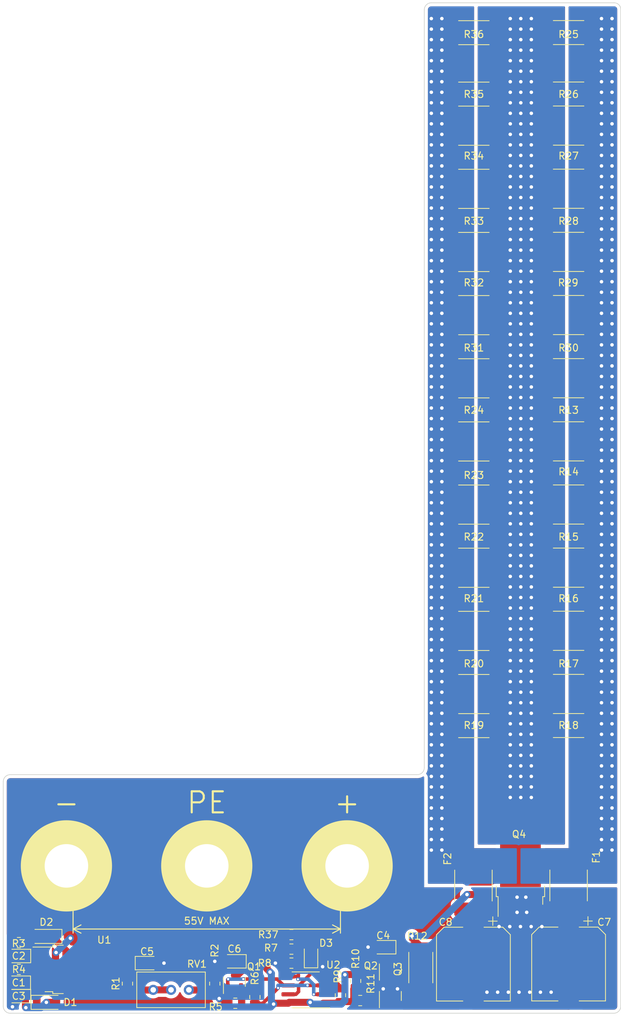
<source format=kicad_pcb>
(kicad_pcb (version 20211014) (generator pcbnew)
  (layers (0 "F.Cu" signal) (31 "B.Cu" signal) (34 "B.Paste" user) (35 "F.Paste" user) (36 "B.SilkS" user "B.Silkscreen") (37 "F.SilkS" user "F.Silkscreen") (38 "B.Mask" user) (39 "F.Mask" user) (44 "Edge.Cuts" user))
  (net 0 "")
  (net 1 "+VDC")
  (net 2 "GND")
  (net 3 "Net-(C2-Pad1)")
  (net 4 "VCC")
  (net 6 "Net-(Q1-Pad2)")
  (net 7 "Net-(Q1-Pad1)")
  (net 8 "Net-(Q2-Pad2)")
  (net 9 "Net-(Q4-Pad1)")
  (net 10 "Net-(Q4-Pad2)")
  (net 11 "Net-(R1-Pad1)")
  (net 12 "Net-(R6-Pad2)")
  (net 13 "Net-(Q2-Pad1)")
  (net 14 "Net-(R10-Pad1)")
  (net 15 "Net-(D3-Pad1)")
  (net 16 "Net-(F1-Pad2)")
  (net 17 "Net-(F2-Pad2)")
  (net 18 "Net-(D3-Pad2)")
  (net 19 "Net-(R7-Pad2)")
  (footprint "Package_TO_SOT_SMD:SOT-23" (layer "F.Cu") (at 3.937 16.526 90)
    (fp_text reference "Q1")
    (fp_text value "BC846B")
  )
  (footprint "Package_SO:SOIC-8_3.9x4.9mm_P1.27mm" (layer "F.Cu") (at 14.097 17.669 180)
    (fp_text reference "U2")
    (fp_text value "LM393")
  )
  (footprint "Capacitor_SMD:CP_Elec_10x10" (layer "F.Cu") (at 51.562 13.986 -90)
    (fp_text reference "C7")
    (fp_text value "47u")
  )
  (footprint "Diode_SMD:D_0805_2012Metric" (layer "F.Cu") (at 3.937 13.605 180)
    (fp_text reference "C6")
    (fp_text value "100n")
  )
  (footprint "Diode_SMD:D_SOD-123F" (layer "F.Cu") (at -22.836 19.448)
    (fp_text reference "D1")
    (fp_text value "SM4007PL")
  )
  (footprint "Diode_SMD:D_SOD-123F" (layer "F.Cu") (at -22.836 10.05 180)
    (fp_text reference "D2")
    (fp_text value "SM4007PL")
  )
  (footprint "Package_TO_SOT_SMD:TO-252-2" (layer "F.Cu") (at 44.698 1.912 90)
    (fp_text reference "Q4")
    (fp_text value "30N06")
  )
  (footprint "Resistor_SMD:R_2512_6332Metric" (layer "F.Cu") (at 38.0615 -82.986 180)
    (fp_text reference "R32")
    (fp_text value "100")
  )
  (footprint "Resistor_SMD:R_2512_6332Metric" (layer "F.Cu") (at 51.562 -65)
    (fp_text reference "R13")
    (fp_text value "100")
  )
  (footprint "Resistor_SMD:R_2512_6332Metric" (layer "F.Cu") (at 38.0615 -109.986 180)
    (fp_text reference "R35")
    (fp_text value "100")
  )
  (footprint "Resistor_SMD:R_2512_6332Metric" (layer "F.Cu") (at 38.0615 -19.986 180)
    (fp_text reference "R19")
    (fp_text value "100")
  )
  (footprint "Resistor_SMD:R_0805_2012Metric" (layer "F.Cu") (at 1.143 16.78 -90)
    (fp_text reference "R2")
    (fp_text value "22k")
  )
  (footprint "Resistor_SMD:R_0805_2012Metric" (layer "F.Cu") (at -26.773 10.939)
    (fp_text reference "R3")
    (fp_text value "240")
  )
  (footprint "Resistor_SMD:R_2512_6332Metric" (layer "F.Cu") (at 51.562 -47)
    (fp_text reference "R15")
    (fp_text value "100")
  )
  (footprint "Resistor_SMD:R_0805_2012Metric" (layer "F.Cu") (at 21.209 16.399 90)
    (fp_text reference "R10")
    (fp_text value "47k")
  )
  (footprint "Resistor_SMD:R_0805_2012Metric" (layer "F.Cu") (at 6.858 18.685 -90)
    (fp_text reference "R6")
    (fp_text value "1k")
  )
  (footprint "Package_TO_SOT_SMD:TO-252-2" (layer "F.Cu") (at -19.475 14.749)
    (fp_text reference "U1")
    (fp_text value "LM317_TO-252")
  )
  (footprint "Diode_SMD:D_0805_2012Metric" (layer "F.Cu") (at 25.273 11.591 180)
    (fp_text reference "C4")
    (fp_text value "1u")
  )
  (footprint "Resistor_SMD:R_2512_6332Metric" (layer "F.Cu") (at 51.562 -92)
    (fp_text reference "R28")
    (fp_text value "100")
  )
  (footprint "Resistor_SMD:R_2512_6332Metric" (layer "F.Cu") (at 51.562 -38)
    (fp_text reference "R16")
    (fp_text value "100")
  )
  (footprint "Resistor_SMD:R_2512_6332Metric" (layer "F.Cu") (at 51.562 -83)
    (fp_text reference "R29")
    (fp_text value "100")
  )
  (footprint "Resistor_SMD:R_2512_6332Metric" (layer "F.Cu") (at 30.5 14.494 90)
    (fp_text reference "R12")
    (fp_text value "100")
  )
  (footprint "Diode_SMD:D_0805_2012Metric" (layer "F.Cu") (at -26.797 16.653 180)
    (fp_text reference "C1")
    (fp_text value "100n")
  )
  (footprint "Resistor_SMD:R_2512_6332Metric" (layer "F.Cu") (at 38.0615 -91.986 180)
    (fp_text reference "R33")
    (fp_text value "100")
  )
  (footprint "Resistor_SMD:R_2512_6332Metric" (layer "F.Cu") (at 38.0615 -28.986 180)
    (fp_text reference "R20")
    (fp_text value "100")
  )
  (footprint "Resistor_SMD:R_2512_6332Metric" (layer "F.Cu") (at 51.562 -101)
    (fp_text reference "R27")
    (fp_text value "100")
  )
  (footprint "Resistor_SMD:R_2512_6332Metric" (layer "F.Cu") (at 38.0615 -100.986 180)
    (fp_text reference "R34")
    (fp_text value "100")
  )
  (footprint "Diode_SMD:D_0805_2012Metric" (layer "F.Cu") (at -26.773 12.844 180)
    (fp_text reference "C2")
    (fp_text value "1u")
  )
  (footprint "Diode_SMD:D_0805_2012Metric" (layer "F.Cu") (at -26.773 18.558 180)
    (fp_text reference "C3")
    (fp_text value "1u")
  )
  (footprint "Resistor_SMD:R_2512_6332Metric" (layer "F.Cu") (at 38.0615 -46.986 180)
    (fp_text reference "R22")
    (fp_text value "100")
  )
  (footprint "Diode_SMD:D_0805_2012Metric" (layer "F.Cu") (at -8.509 13.859)
    (fp_text reference "C5")
    (fp_text value "100n")
  )
  (footprint "Resistor_SMD:R_0805_2012Metric" (layer "F.Cu") (at 12.065 11.859)
    (fp_text reference "R7")
    (fp_text value "10k")
  )
  (footprint "Resistor_SMD:R_2512_6332Metric" (layer "F.Cu") (at 38.0615 -118.741 180)
    (fp_text reference "R36")
    (fp_text value "100")
  )
  (footprint "Resistor_SMD:R_2512_6332Metric" (layer "F.Cu") (at 38.0615 -73.986 180)
    (fp_text reference "R31")
    (fp_text value "100")
  )
  (footprint "Potentiometer_THT:Potentiometer_Bourns_3296W_Vertical" (layer "F.Cu") (at -7.63 17.669 180)
    (fp_text reference "RV1")
    (fp_text value "100k")
  )
  (footprint "Resistor_SMD:R_0805_2012Metric" (layer "F.Cu") (at 19.05 18.431 -90)
    (fp_text reference "R9")
    (fp_text value "47k")
  )
  (footprint "Resistor_SMD:R_2512_6332Metric" (layer "F.Cu") (at 51.562 -20)
    (fp_text reference "R18")
    (fp_text value "100")
  )
  (footprint "Fuse:Fuse_2920_7451Metric" (layer "F.Cu") (at 38 2.8025 90)
    (fp_text reference "F2")
    (fp_text value "500 mA")
  )
  (footprint "Resistor_SMD:R_2512_6332Metric" (layer "F.Cu") (at 51.562 -110)
    (fp_text reference "R26")
    (fp_text value "100")
  )
  (footprint "Resistor_SMD:R_2512_6332Metric" (layer "F.Cu") (at 38.0615 -64.986 180)
    (fp_text reference "R24")
    (fp_text value "100")
  )
  (footprint "Resistor_SMD:R_2512_6332Metric" (layer "F.Cu") (at 38.0615 -55.986 180)
    (fp_text reference "R23")
    (fp_text value "100")
  )
  (footprint "shunt_regulator_footprints:Owon SPE terminals" (layer "F.Cu") (at 0 0)
    (fp_text reference "J1")
    (fp_text value "Screw_Terminal_01x03")
  )
  (footprint "Resistor_SMD:R_2512_6332Metric" (layer "F.Cu") (at 51.562 -74)
    (fp_text reference "R30")
    (fp_text value "100")
  )
  (footprint "Resistor_SMD:R_0805_2012Metric" (layer "F.Cu") (at 12.065 13.859)
    (fp_text reference "R8")
    (fp_text value "10k")
  )
  (footprint "Resistor_SMD:R_2512_6332Metric" (layer "F.Cu") (at 51.562 -29)
    (fp_text reference "R17")
    (fp_text value "100")
  )
  (footprint "Resistor_SMD:R_0805_2012Metric" (layer "F.Cu") (at -26.773 14.749 180)
    (fp_text reference "R4")
    (fp_text value "3k6")
  )
  (footprint "Package_TO_SOT_SMD:SOT-23" (layer "F.Cu") (at 26.162 18.542 90)
    (fp_text reference "Q3")
    (fp_text value "BC856B")
  )
  (footprint "Resistor_SMD:R_2512_6332Metric" (layer "F.Cu") (at 51.562 -118.755)
    (fp_text reference "R25")
    (fp_text value "100")
  )
  (footprint "Package_TO_SOT_SMD:SOT-23" (layer "F.Cu") (at 26.162 14.621 90)
    (fp_text reference "Q2")
    (fp_text value "BC846B")
  )
  (footprint "Resistor_SMD:R_2512_6332Metric" (layer "F.Cu") (at 51.562 -56)
    (fp_text reference "R14")
    (fp_text value "100")
  )
  (footprint "Capacitor_SMD:CP_Elec_10x10" (layer "F.Cu") (at 38 14 -90)
    (fp_text reference "C8")
    (fp_text value "47u")
  )
  (footprint "Resistor_SMD:R_0805_2012Metric" (layer "F.Cu") (at 12.065 9.795 180)
    (fp_text reference "R37")
    (fp_text value "22k")
  )
  (footprint "Resistor_SMD:R_0805_2012Metric" (layer "F.Cu") (at 4.064 19.574)
    (fp_text reference "R5")
    (fp_text value "10k")
  )
  (footprint "Resistor_SMD:R_0805_2012Metric" (layer "F.Cu") (at 21.8675 19.193)
    (fp_text reference "R11")
    (fp_text value "1k")
  )
  (footprint "Fuse:Fuse_2920_7451Metric" (layer "F.Cu") (at 51.562 2.7885 90)
    (fp_text reference "F1")
    (fp_text value "500 mA")
  )
  (footprint "LED_SMD:LED_0805_2012Metric" (layer "F.Cu") (at 14.859 12.843 90)
    (fp_text reference "D3")
    (fp_text value "LED")
  )
  (footprint "Resistor_SMD:R_0805_2012Metric" (layer "F.Cu") (at -11.303 16.78 90)
    (fp_text reference "R1")
    (fp_text value "22k")
  )
  (footprint "Resistor_SMD:R_2512_6332Metric" (layer "F.Cu") (at 38.0615 -37.986 180)
    (fp_text reference "R21")
    (fp_text value "100")
  )
  (gr_arc (start -28 21) (mid -28.707107 20.707107) (end -29 20) (layer "Edge.Cuts") (width 0.1))
  (gr_line (start 59 20) (end 59 -122) (layer "Edge.Cuts") (width 0.1))
  (gr_line (start -28 -13) (end 30 -13) (layer "Edge.Cuts") (width 0.1))
  (gr_arc (start -29 -12) (mid -28.707107 -12.707107) (end -28 -13) (layer "Edge.Cuts") (width 0.1))
  (gr_arc (start 59 20) (mid 58.707107 20.707107) (end 58 21) (layer "Edge.Cuts") (width 0.1))
  (gr_arc (start 31 -122) (mid 31.292893 -122.707107) (end 32 -123) (layer "Edge.Cuts") (width 0.1))
  (gr_line (start 58 -123) (end 32 -123) (layer "Edge.Cuts") (width 0.1))
  (gr_line (start -28 21) (end 58 21) (layer "Edge.Cuts") (width 0.1))
  (gr_line (start 31 -122) (end 31 -14) (layer "Edge.Cuts") (width 0.1))
  (gr_line (start -29 -12) (end -29 20) (layer "Edge.Cuts") (width 0.1))
  (gr_arc (start 58 -123) (mid 58.723046 -122.723046) (end 59 -122) (layer "Edge.Cuts") (width 0.1))
  (gr_arc (start 31 -14) (mid 30.707107 -13.292893) (end 30 -13) (layer "Edge.Cuts") (width 0.1))
  (dimension (type aligned) (layer "F.SilkS") (pts (xy -19.05 0) (xy 19.05 0)) (height 8.999999) (gr_text "55V MAX" (at 0 7.849999) (layer "F.SilkS") (effects (font (size 1 1) (thickness 0.15)))) (format (units 3) (units_format 0) (precision 4) (override_value "55V MAX")) (style (thickness 0.15) (arrow_length 1.27) (text_position_mode 0) (extension_height 0.58642) (extension_offset 0.5) keep_text_aligned))
  (segment (start 3.937 15.5885) (end 4.3665 15.5885) (width 1) (layer "F.Cu") (net 1))
  (segment (start 19.05 0) (end 19.05 -0.05) (width 5) (layer "F.Cu") (net 1))
  (segment (start -24.236 17.59) (end -23.675 17.029) (width 1) (layer "F.Cu") (net 1))
  (segment (start 20 0) (end 24.5 -4.5) (width 5) (layer "F.Cu") (net 1))
  (segment (start 4.8745 15.0805) (end 4.8745 13.605) (width 1) (layer "F.Cu") (net 1))
  (segment (start 24.999999 4.999999) (end 20 0) (width 5) (layer "F.Cu") (net 1))
  (segment (start -21.538028 12.410028) (end -21.474528 12.346528) (width 1) (layer "F.Cu") (net 1))
  (segment (start 4.3665 15.5885) (end 4.8745 15.0805) (width 1) (layer "F.Cu") (net 1))
  (segment (start 20 0) (end 15.5 -4.5) (width 5) (layer "F.Cu") (net 1))
  (segment (start -23.675 17.029) (end -21.538028 14.892028) (width 1) (layer "F.Cu") (net 1))
  (segment (start 20 0) (end 16 4) (width 5) (layer "F.Cu") (net 1))
  (segment (start -25.8595 16.653) (end -24.051 16.653) (width 1) (layer "F.Cu") (net 1))
  (segment (start -21.538028 14.892028) (end -21.538028 12.410028) (width 1) (layer "F.Cu") (net 1))
  (segment (start -24.051 16.653) (end -23.675 17.029) (width 1) (layer "F.Cu") (net 1))
  (segment (start -24.236 19.448) (end -24.236 17.59) (width 1) (layer "F.Cu") (net 1))
  (via (at -19.431 10.303) (size 1) (drill 0.5) (layers "F.Cu" "B.Cu") (net 1))
  (via (at -21.474528 12.346528) (size 1) (drill 0.5) (layers "F.Cu" "B.Cu") (net 1))
  (segment (start -21.474528 12.346528) (end -19.431 10.303) (width 1) (layer "B.Cu") (net 1))
  (segment (start 44.726 4.969) (end 44.218 4.461) (width 2) (layer "F.Cu") (net 2))
  (segment (start 46.99 4.461) (end 45.466 4.461) (width 2) (layer "F.Cu") (net 2))
  (segment (start 45.593 6.62) (end 46.47 6.62) (width 2) (layer "F.Cu") (net 2))
  (segment (start 48.768 8.652) (end 47.752 8.652) (width 2) (layer "F.Cu") (net 2))
  (segment (start 38 18) (end 51.548 18) (width 5) (layer "F.Cu") (net 2))
  (segment (start 11.1525 13.859) (end 9.779 13.859) (width 1) (layer "F.Cu") (net 2))
  (segment (start 46.978 5.846) (end 46.99 5.834) (width 2) (layer "F.Cu") (net 2))
  (segment (start 44.704 8.652) (end 41.656 8.652) (width 2) (layer "F.Cu") (net 2))
  (segment (start 48.768 8.62011) (end 48.768 8.652) (width 2) (layer "F.Cu") (net 2))
  (segment (start 43.978 8.652) (end 44.218 8.412) (width 2) (layer "F.Cu") (net 2))
  (segment (start 25.2245 17.6045) (end 25.146 17.526) (width 1) (layer "F.Cu") (net 2))
  (segment (start 23.005 11.591) (end 22.987 11.573) (width 1) (layer "F.Cu") (net 2))
  (segment (start 46.228 8.652) (end 44.704 8.652) (width 2) (layer "F.Cu") (net 2))
  (segment (start 27.0995 17.6045) (end 27.178 17.526) (width 1) (layer "F.Cu") (net 2))
  (segment (start -27.7105 18.558) (end -27.7105 20.0575) (width 1) (layer "F.Cu") (net 2))
  (segment (start 26.162 17.6045) (end 27.0995 17.6045) (width 1) (layer "F.Cu") (net 2))
  (segment (start 41.656 8.652) (end 43.18 8.652) (width 2) (layer "F.Cu") (net 2))
  (segment (start 24.3355 11.591) (end 23.005 11.591) (width 1) (layer "F.Cu") (net 2))
  (segment (start 45.466 4.461) (end 44.958 4.969) (width 2) (layer "F.Cu") (net 2))
  (segment (start 16.572 15.764) (end 16.572 14.429) (width 1) (layer "F.Cu") (net 2))
  (segment (start 43.18 8.652) (end 43.978 8.652) (width 2) (layer "F.Cu") (net 2))
  (segment (start 1.143 15.8675) (end 1.143 13.605) (width 1) (layer "F.Cu") (net 2))
  (segment (start -27.7105 12.844) (end -27.7105 18.558) (width 1) (layer "F.Cu") (net 2))
  (segment (start 46.47 6.62) (end 46.978 6.112) (width 2) (layer "F.Cu") (net 2))
  (segment (start 3.1515 19.574) (end 2.447 19.574) (width 1) (layer "F.Cu") (net 2))
  (segment (start 2.447 19.574) (end 1.778 18.905) (width 1) (layer "F.Cu") (net 2))
  (segment (start 46.978 6.112) (end 46.978 5.846) (width 2) (layer "F.Cu") (net 2))
  (segment (start 47.752 8.652) (end 46.228 8.652) (width 2) (layer "F.Cu") (net 2))
  (segment (start 46.99 5.834) (end 46.99 4.461) (width 2) (layer "F.Cu") (net 2))
  (segment (start 51.548 18) (end 51.562 17.986) (width 5) (layer "F.Cu") (net 2))
  (segment (start -27.7105 20.0575) (end -27.686 20.082) (width 1) (layer "F.Cu") (net 2))
  (segment (start 46.978 6.83011) (end 48.768 8.62011) (width 2) (layer "F.Cu") (net 2))
  (segment (start 16.572 14.429) (end 16.51 14.367) (width 1) (layer "F.Cu") (net 2))
  (segment (start 44.218 8.412) (end 44.218 6.62) (width 2) (layer "F.Cu") (net 2))
  (segment (start 2.9995 13.605) (end 1.143 13.605) (width 1) (layer "F.Cu") (net 2))
  (segment (start 26.162 17.6045) (end 25.2245 17.6045) (width 1) (layer "F.Cu") (net 2))
  (segment (start 46.978 6.112) (end 46.978 6.83011) (width 2) (layer "F.Cu") (net 2))
  (segment (start 44.218 6.62) (end 45.593 6.62) (width 2) (layer "F.Cu") (net 2))
  (segment (start 44.958 4.969) (end 44.726 4.969) (width 2) (layer "F.Cu") (net 2))
  (segment (start -7.5715 13.859) (end -6.096 13.859) (width 1) (layer "F.Cu") (net 2))
  (via (at 1.778 18.905) (size 1) (drill 0.5) (layers "F.Cu" "B.Cu") (net 2))
  (via (at 41.656 8.652) (size 1) (drill 0.5) (layers "F.Cu" "B.Cu") (net 2))
  (via (at 45.593 6.62) (size 1) (drill 0.5) (layers "F.Cu" "B.Cu") (net 2))
  (via (at 41.452 18) (size 1) (drill 0.5) (layers "F.Cu" "B.Cu") (net 2))
  (via (at 39.928 18) (size 1) (drill 0.5) (layers "F.Cu" "B.Cu") (net 2))
  (via (at 44.704 8.652) (size 1) (drill 0.5) (layers "F.Cu" "B.Cu") (net 2))
  (via (at 47.548 18) (size 1) (drill 0.5) (layers "F.Cu" "B.Cu") (net 2))
  (via (at 16.51 14.367) (size 1) (drill 0.5) (layers "F.Cu" "B.Cu") (net 2))
  (via (at -6.096 13.859) (size 1) (drill 0.5) (layers "F.Cu" "B.Cu") (net 2))
  (via (at -27.686 20.082) (size 1) (drill 0.5) (layers "F.Cu" "B.Cu") (net 2))
  (via (at 44.5 18) (size 1) (drill 0.5) (layers "F.Cu" "B.Cu") (net 2))
  (via (at 27.178 17.526) (size 1) (drill 0.5) (layers "F.Cu" "B.Cu") (net 2))
  (via (at 46.024 18) (size 1) (drill 0.5) (layers "F.Cu" "B.Cu") (net 2))
  (via (at 49.072 18) (size 1) (drill 0.5) (layers "F.Cu" "B.Cu") (net 2))
  (via (at 9.779 13.859) (size 1) (drill 0.5) (layers "F.Cu" "B.Cu") (net 2))
  (via (at 22.987 11.573) (size 1) (drill 0.5) (layers "F.Cu" "B.Cu") (net 2))
  (via (at 46.228 8.652) (size 1) (drill 0.5) (layers "F.Cu" "B.Cu") (net 2))
  (via (at 42.976 18) (size 1) (drill 0.5) (layers "F.Cu" "B.Cu") (net 2))
  (via (at 45.466 4.461) (size 1) (drill 0.5) (layers "F.Cu" "B.Cu") (net 2))
  (via (at 25.146 17.526) (size 1) (drill 0.5) (layers "F.Cu" "B.Cu") (net 2))
  (via (at 47.752 8.652) (size 1) (drill 0.5) (layers "F.Cu" "B.Cu") (net 2))
  (via (at 44.218 4.461) (size 1) (drill 0.5) (layers "F.Cu" "B.Cu") (net 2))
  (via (at 43.18 8.652) (size 1) (drill 0.5) (layers "F.Cu" "B.Cu") (net 2))
  (via (at 1.143 13.605) (size 1) (drill 0.5) (layers "F.Cu" "B.Cu") (net 2))
  (via (at 44.218 6.62) (size 1) (drill 0.5) (layers "F.Cu" "B.Cu") (net 2))
  (segment (start -20 0) (end -24.5 -4.5) (width 5) (layer "B.Cu") (net 2))
  (segment (start -20 0) (end -15 5) (width 5) (layer "B.Cu") (net 2))
  (segment (start -20 0) (end -24.5 4.5) (width 5) (layer "B.Cu") (net 2))
  (segment (start -20 0) (end -16 -4) (width 5) (layer "B.Cu") (net 2))
  (segment (start -19.05 0) (end -19.05 0.05) (width 5) (layer "B.Cu") (net 2))
  (segment (start -19.05 0) (end -19.05 -0.05) (width 5) (layer "B.Cu") (net 2))
  (segment (start -25.8355 12.844) (end -24.05 12.844) (width 1) (layer "F.Cu") (net 3))
  (segment (start -24.9715 10.05) (end -25.8605 10.939) (width 1) (layer "F.Cu") (net 3))
  (segment (start -25.8605 10.939) (end -25.8605 14.749) (width 1) (layer "F.Cu") (net 3))
  (segment (start -24.05 12.844) (end -23.675 12.469) (width 1) (layer "F.Cu") (net 3))
  (segment (start -24.236 10.05) (end -24.9715 10.05) (width 1) (layer "F.Cu") (net 3))
  (segment (start -21.436 10.05) (end -21.436 10.688) (width 1) (layer "F.Cu") (net 4))
  (segment (start 23.2645 15.4865) (end 21.209 15.4865) (width 1) (layer "F.Cu") (net 4))
  (segment (start 11.622 19.574) (end 9.652 19.574) (width 1) (layer "F.Cu") (net 4))
  (segment (start -27.6855 10.707997) (end -25.756503 8.779) (width 1) (layer "F.Cu") (net 4))
  (segment (start -25.8355 18.558) (end -25.8355 20.1545) (width 1) (layer "F.Cu") (net 4))
  (segment (start 9.652 19.574) (end 9.525 19.701) (width 1) (layer "F.Cu") (net 4))
  (segment (start 8.579 14.691) (end 8.579 13.281) (width 1) (layer "F.Cu") (net 4))
  (segment (start 26.162 13.6835) (end 26.162 11.6395) (width 1) (layer "F.Cu") (net 4))
  (segment (start 9.017 15.129) (end 8.579 14.691) (width 1) (layer "F.Cu") (net 4))
  (segment (start -27.6855 10.939) (end -27.6855 10.707997) (width 1) (layer "F.Cu") (net 4))
  (segment (start 10.001 11.859) (end 11.1525 11.859) (width 1) (layer "F.Cu") (net 4))
  (segment (start -21.436 10.688) (end -17.375 14.749) (width 1) (layer "F.Cu") (net 4))
  (segment (start -21.437 19.447) (end -21.436 19.448) (width 1) (layer "F.Cu") (net 4))
  (segment (start -25.8355 20.1545) (end -25.781 20.209) (width 1) (layer "F.Cu") (net 4))
  (segment (start 8.579 13.281) (end 10.001 11.859) (width 1) (layer "F.Cu") (net 4))
  (segment (start -25.756503 8.779) (end -23.007 8.779) (width 1) (layer "F.Cu") (net 4))
  (segment (start 26.162 11.6395) (end 26.2105 11.591) (width 1) (layer "F.Cu") (net 4))
  (segment (start -21.436 18.81) (end -17.375 14.749) (width 1) (layer "F.Cu") (net 4))
  (segment (start 14.732 19.447) (end 11.749 19.447) (width 1) (layer "F.Cu") (net 4))
  (segment (start 21.209 15.4865) (end 19.7085 15.4865) (width 1) (layer "F.Cu") (net 4))
  (segment (start 11.749 19.447) (end 11.622 19.574) (width 1) (layer "F.Cu") (net 4))
  (segment (start -22.86 19.447) (end -21.437 19.447) (width 1) (layer "F.Cu") (net 4))
  (segment (start -21.736 10.05) (end -21.436 10.05) (width 1) (layer "F.Cu") (net 4))
  (segment (start -23.007 8.779) (end -21.736 10.05) (width 1) (layer "F.Cu") (net 4))
  (segment (start 26.162 13.6835) (end 25.0675 13.6835) (width 1) (layer "F.Cu") (net 4))
  (segment (start -21.436 19.448) (end -21.436 18.81) (width 1) (layer "F.Cu") (net 4))
  (segment (start 19.7085 15.4865) (end 19.685 15.51) (width 1) (layer "F.Cu") (net 4))
  (segment (start 25.0675 13.6835) (end 23.2645 15.4865) (width 1) (layer "F.Cu") (net 4))
  (segment (start 11.1525 9.795) (end 11.1525 11.859) (width 1) (layer "F.Cu") (net 4))
  (via (at 14.732 19.447) (size 1) (drill 0.5) (layers "F.Cu" "B.Cu") (net 4))
  (via (at 9.017 15.129) (size 1) (drill 0.5) (layers "F.Cu" "B.Cu") (net 4))
  (via (at 19.685 15.51) (size 1) (drill 0.5) (layers "F.Cu" "B.Cu") (net 4))
  (via (at -25.781 20.209) (size 1) (drill 0.5) (layers "F.Cu" "B.Cu") (net 4))
  (via (at -22.86 19.447) (size 1) (drill 0.5) (layers "F.Cu" "B.Cu") (net 4))
  (via (at 9.525 19.701) (size 1) (drill 0.5) (layers "F.Cu" "B.Cu") (net 4))
  (segment (start 19.177 19.701) (end 14.986 19.701) (width 1) (layer "B.Cu") (net 4))
  (segment (start -25.677 20.105) (end -25.781 20.209) (width 1) (layer "B.Cu") (net 4))
  (segment (start 14.986 19.701) (end 14.732 19.447) (width 1) (layer "B.Cu") (net 4))
  (segment (start 9.21 15.322) (end 9.017 15.129) (width 1) (layer "B.Cu") (net 4))
  (segment (start -25.781 20.209) (end -23.622 20.209) (width 1) (layer "B.Cu") (net 4))
  (segment (start 9.121 20.105) (end -25.677 20.105) (width 1) (layer "B.Cu") (net 4))
  (segment (start 9.525 19.701) (end 9.121 20.105) (width 1) (layer "B.Cu") (net 4))
  (segment (start 19.685 15.51) (end 19.685 19.193) (width 1) (layer "B.Cu") (net 4))
  (segment (start 19.685 19.193) (end 19.177 19.701) (width 1) (layer "B.Cu") (net 4))
  (segment (start -23.622 20.209) (end -22.86 19.447) (width 1) (layer "B.Cu") (net 4))
  (segment (start 9.21 19.386) (end 9.21 15.322) (width 1) (layer "B.Cu") (net 4))
  (segment (start 4.9765 19.574) (end 4.9765 17.553) (width 1) (layer "F.Cu") (net 6))
  (segment (start 5.196 17.7725) (end 4.887 17.4635) (width 1) (layer "F.Cu") (net 6))
  (segment (start 6.858 17.7725) (end 5.196 17.7725) (width 1) (layer "F.Cu") (net 6))
  (segment (start 4.9765 17.553) (end 4.887 17.4635) (width 1) (layer "F.Cu") (net 6))
  (segment (start 2.758 17.6925) (end 2.987 17.4635) (width 1) (layer "F.Cu") (net 7))
  (segment (start 2.987 16.206) (end 3.048 16.145) (width 0.5) (layer "F.Cu") (net 7))
  (segment (start 10.033 16.129) (end 10.938 17.034) (width 0.5) (layer "F.Cu") (net 7))
  (segment (start 1.143 17.6925) (end 2.758 17.6925) (width 1) (layer "F.Cu") (net 7))
  (segment (start 2.987 17.4635) (end 2.987 16.206) (width 0.5) (layer "F.Cu") (net 7))
  (segment (start 5.207 16.129) (end 10.033 16.129) (width 0.5) (layer "F.Cu") (net 7))
  (segment (start 10.938 17.034) (end 11.622 17.034) (width 0.5) (layer "F.Cu") (net 7))
  (segment (start 12.175528 17.034) (end 11.622 17.034) (width 0.5) (layer "F.Cu") (net 7))
  (segment (start -2.5265 17.6925) (end -2.55 17.669) (width 1) (layer "F.Cu") (net 7))
  (segment (start 1.143 17.6925) (end -2.5265 17.6925) (width 1) (layer "F.Cu") (net 7))
  (via (at 3.048 16.145) (size 0.5) (drill 0.3) (layers "F.Cu" "B.Cu") (net 7))
  (via (at 5.207 16.129) (size 0.5) (drill 0.3) (layers "F.Cu" "B.Cu") (net 7))
  (segment (start 5.207 16.145) (end 5.207 16.129) (width 0.5) (layer "B.Cu") (net 7))
  (segment (start 3.048 16.145) (end 5.207 16.145) (width 0.5) (layer "B.Cu") (net 7))
  (segment (start 27.2425 15.5585) (end 28.702 17.018) (width 1) (layer "F.Cu") (net 8))
  (segment (start 27.112 15.5585) (end 27.2425 15.5585) (width 1) (layer "F.Cu") (net 8))
  (segment (start 28.702 17.8895) (end 27.112 19.4795) (width 1) (layer "F.Cu") (net 8))
  (segment (start 28.702 17.018) (end 28.702 17.8895) (width 1) (layer "F.Cu") (net 8))
  (segment (start 29.135 17.4565) (end 28.702 17.8895) (width 1) (layer "F.Cu") (net 8))
  (segment (start 30.5 17.4565) (end 29.135 17.4565) (width 1) (layer "F.Cu") (net 8))
  (segment (start 40.421003 4.08) (end 37.084 4.08) (width 1) (layer "F.Cu") (net 9))
  (segment (start 29.25 10.2815) (end 30.5 11.5315) (width 1) (layer "F.Cu") (net 9))
  (segment (start 29.25 10) (end 29.25 10.2815) (width 1) (layer "F.Cu") (net 9))
  (segment (start 42.418 6.112) (end 42.418 6.076997) (width 1) (layer "F.Cu") (net 9))
  (segment (start 42.418 6.076997) (end 40.421003 4.08) (width 1) (layer "F.Cu") (net 9))
  (via (at 37.084 4.08) (size 1) (drill 0.5) (layers "F.Cu" "B.Cu") (net 9))
  (via (at 29.25 10) (size 1) (drill 0.5) (layers "F.Cu" "B.Cu") (net 9))
  (segment (start 31.164 10) (end 29.25 10) (width 1) (layer "B.Cu") (net 9))
  (segment (start 37.084 4.08) (end 31.164 10) (width 1) (layer "B.Cu") (net 9))
  (segment (start 44.698 -0.188) (end 44.698 -6.074) (width 2) (layer "F.Cu") (net 10))
  (via (at 43.25 -41.25) (size 1) (drill 0.5) (layers "F.Cu" "B.Cu") (net 10))
  (via (at 44.75 -110.25) (size 1) (drill 0.5) (layers "F.Cu" "B.Cu") (net 10))
  (via (at 44.75 -62.25) (size 1) (drill 0.5) (layers "F.Cu" "B.Cu") (net 10))
  (via (at 46.25 -98.25) (size 1) (drill 0.5) (layers "F.Cu" "B.Cu") (net 10))
  (via (at 46.25 -54.75) (size 1) (drill 0.5) (layers "F.Cu" "B.Cu") (net 10))
  (via (at 43.25 -50.25) (size 1) (drill 0.5) (layers "F.Cu" "B.Cu") (net 10))
  (via (at 43.25 -44.25) (size 1) (drill 0.5) (layers "F.Cu" "B.Cu") (net 10))
  (via (at 46.25 -108.75) (size 1) (drill 0.5) (layers "F.Cu" "B.Cu") (net 10))
  (via (at 43.25 -27.75) (size 1) (drill 0.5) (layers "F.Cu" "B.Cu") (net 10))
  (via (at 43.25 -14.25) (size 1) (drill 0.5) (layers "F.Cu" "B.Cu") (net 10))
  (via (at 46.25 -30.75) (size 1) (drill 0.5) (layers "F.Cu" "B.Cu") (net 10))
  (via (at 43.25 -90.75) (size 1) (drill 0.5) (layers "F.Cu" "B.Cu") (net 10))
  (via (at 43.25 -9.75) (size 1) (drill 0.5) (layers "F.Cu" "B.Cu") (net 10))
  (via (at 44.75 -56.25) (size 1) (drill 0.5) (layers "F.Cu" "B.Cu") (net 10))
  (via (at 43.25 -53.25) (size 1) (drill 0.5) (layers "F.Cu" "B.Cu") (net 10))
  (via (at 46.25 -101.25) (size 1) (drill 0.5) (layers "F.Cu" "B.Cu") (net 10))
  (via (at 44.75 -45.75) (size 1) (drill 0.5) (layers "F.Cu" "B.Cu") (net 10))
  (via (at 44.75 -71.25) (size 1) (drill 0.5) (layers "F.Cu" "B.Cu") (net 10))
  (via (at 44.75 -87.75) (size 1) (drill 0.5) (layers "F.Cu" "B.Cu") (net 10))
  (via (at 43.25 -30.75) (size 1) (drill 0.5) (layers "F.Cu" "B.Cu") (net 10))
  (via (at 44.75 -59.25) (size 1) (drill 0.5) (layers "F.Cu" "B.Cu") (net 10))
  (via (at 44.75 -38.25) (size 1) (drill 0.5) (layers "F.Cu" "B.Cu") (net 10))
  (via (at 44.75 -27.75) (size 1) (drill 0.5) (layers "F.Cu" "B.Cu") (net 10))
  (via (at 46.25 -35.25) (size 1) (drill 0.5) (layers "F.Cu" "B.Cu") (net 10))
  (via (at 46.25 -47.25) (size 1) (drill 0.5) (layers "F.Cu" "B.Cu") (net 10))
  (via (at 44.75 -77.25) (size 1) (drill 0.5) (layers "F.Cu" "B.Cu") (net 10))
  (via (at 44.75 -63.75) (size 1) (drill 0.5) (layers "F.Cu" "B.Cu") (net 10))
  (via (at 43.25 -81.75) (size 1) (drill 0.5) (layers "F.Cu" "B.Cu") (net 10))
  (via (at 46.25 -105.75) (size 1) (drill 0.5) (layers "F.Cu" "B.Cu") (net 10))
  (via (at 44.75 -23.25) (size 1) (drill 0.5) (layers "F.Cu" "B.Cu") (net 10))
  (via (at 44.75 -14.25) (size 1) (drill 0.5) (layers "F.Cu" "B.Cu") (net 10))
  (via (at 43.25 -65.25) (size 1) (drill 0.5) (layers "F.Cu" "B.Cu") (net 10))
  (via (at 46.25 -81.75) (size 1) (drill 0.5) (layers "F.Cu" "B.Cu") (net 10))
  (via (at 43.25 -111.75) (size 1) (drill 0.5) (layers "F.Cu" "B.Cu") (net 10))
  (via (at 44.75 -41.25) (size 1) (drill 0.5) (layers "F.Cu" "B.Cu") (net 10))
  (via (at 44.75 -72.75) (size 1) (drill 0.5) (layers "F.Cu" "B.Cu") (net 10))
  (via (at 46.25 -68.25) (size 1) (drill 0.5) (layers "F.Cu" "B.Cu") (net 10))
  (via (at 44.75 -78.75) (size 1) (drill 0.5) (layers "F.Cu" "B.Cu") (net 10))
  (via (at 46.25 -12.75) (size 1) (drill 0.5) (layers "F.Cu" "B.Cu") (net 10))
  (via (at 46.25 -95.25) (size 1) (drill 0.5) (layers "F.Cu" "B.Cu") (net 10))
  (via (at 44.75 -42.75) (size 1) (drill 0.5) (layers "F.Cu" "B.Cu") (net 10))
  (via (at 44.75 -98.25) (size 1) (drill 0.5) (layers "F.Cu" "B.Cu") (net 10))
  (via (at 43.25 -36.75) (size 1) (drill 0.5) (layers "F.Cu" "B.Cu") (net 10))
  (via (at 46.25 -33.75) (size 1) (drill 0.5) (layers "F.Cu" "B.Cu") (net 10))
  (via (at 44.75 -99.75) (size 1) (drill 0.5) (layers "F.Cu" "B.Cu") (net 10))
  (via (at 43.25 -15.75) (size 1) (drill 0.5) (layers "F.Cu" "B.Cu") (net 10))
  (via (at 44.75 -47.25) (size 1) (drill 0.5) (layers "F.Cu" "B.Cu") (net 10))
  (via (at 46.25 -83.25) (size 1) (drill 0.5) (layers "F.Cu" "B.Cu") (net 10))
  (via (at 44.75 -107.25) (size 1) (drill 0.5) (layers "F.Cu" "B.Cu") (net 10))
  (via (at 43.25 -33.75) (size 1) (drill 0.5) (layers "F.Cu" "B.Cu") (net 10))
  (via (at 44.75 -9.75) (size 1) (drill 0.5) (layers "F.Cu" "B.Cu") (net 10))
  (via (at 46.25 -120.75) (size 1) (drill 0.5) (layers "F.Cu" "B.Cu") (net 10))
  (via (at 46.25 -17.25) (size 1) (drill 0.5) (layers "F.Cu" "B.Cu") (net 10))
  (via (at 46.25 -56.25) (size 1) (drill 0.5) (layers "F.Cu" "B.Cu") (net 10))
  (via (at 43.25 -47.25) (size 1) (drill 0.5) (layers "F.Cu" "B.Cu") (net 10))
  (via (at 43.25 -35.25) (size 1) (drill 0.5) (layers "F.Cu" "B.Cu") (net 10))
  (via (at 46.25 -104.25) (size 1) (drill 0.5) (layers "F.Cu" "B.Cu") (net 10))
  (via (at 46.25 -111.75) (size 1) (drill 0.5) (layers "F.Cu" "B.Cu") (net 10))
  (via (at 43.25 -93.75) (size 1) (drill 0.5) (layers "F.Cu" "B.Cu") (net 10))
  (via (at 43.25 -77.25) (size 1) (drill 0.5) (layers "F.Cu" "B.Cu") (net 10))
  (via (at 46.25 -69.75) (size 1) (drill 0.5) (layers "F.Cu" "B.Cu") (net 10))
  (via (at 44.75 -50.25) (size 1) (drill 0.5) (layers "F.Cu" "B.Cu") (net 10))
  (via (at 44.75 -12.75) (size 1) (drill 0.5) (layers "F.Cu" "B.Cu") (net 10))
  (via (at 44.75 -84.75) (size 1) (drill 0.5) (layers "F.Cu" "B.Cu") (net 10))
  (via (at 44.75 -65.25) (size 1) (drill 0.5) (layers "F.Cu" "B.Cu") (net 10))
  (via (at 44.75 -53.25) (size 1) (drill 0.5) (layers "F.Cu" "B.Cu") (net 10))
  (via (at 43.25 -59.25) (size 1) (drill 0.5) (layers "F.Cu" "B.Cu") (net 10))
  (via (at 46.25 -96.75) (size 1) (drill 0.5) (layers "F.Cu" "B.Cu") (net 10))
  (via (at 46.25 -11.25) (size 1) (drill 0.5) (layers "F.Cu" "B.Cu") (net 10))
  (via (at 44.75 -96.75) (size 1) (drill 0.5) (layers "F.Cu" "B.Cu") (net 10))
  (via (at 44.75 -30.75) (size 1) (drill 0.5) (layers "F.Cu" "B.Cu") (net 10))
  (via (at 44.75 -93.75) (size 1) (drill 0.5) (layers "F.Cu" "B.Cu") (net 10))
  (via (at 46.25 -86.25) (size 1) (drill 0.5) (layers "F.Cu" "B.Cu") (net 10))
  (via (at 46.25 -41.25) (size 1) (drill 0.5) (layers "F.Cu" "B.Cu") (net 10))
  (via (at 43.25 -60.75) (size 1) (drill 0.5) (layers "F.Cu" "B.Cu") (net 10))
  (via (at 46.25 -71.25) (size 1) (drill 0.5) (layers "F.Cu" "B.Cu") (net 10))
  (via (at 43.25 -108.75) (size 1) (drill 0.5) (layers "F.Cu" "B.Cu") (net 10))
  (via (at 44.75 -86.25) (size 1) (drill 0.5) (layers "F.Cu" "B.Cu") (net 10))
  (via (at 43.25 -84.75) (size 1) (drill 0.5) (layers "F.Cu" "B.Cu") (net 10))
  (via (at 43.25 -26.25) (size 1) (drill 0.5) (layers "F.Cu" "B.Cu") (net 10))
  (via (at 46.25 -93.75) (size 1) (drill 0.5) (layers "F.Cu" "B.Cu") (net 10))
  (via (at 44.75 -101.25) (size 1) (drill 0.5) (layers "F.Cu" "B.Cu") (net 10))
  (via (at 44.75 -36.75) (size 1) (drill 0.5) (layers "F.Cu" "B.Cu") (net 10))
  (via (at 44.75 -116.25) (size 1) (drill 0.5) (layers "F.Cu" "B.Cu") (net 10))
  (via (at 44.75 -15.75) (size 1) (drill 0.5) (layers "F.Cu" "B.Cu") (net 10))
  (via (at 46.25 -48.75) (size 1) (drill 0.5) (layers "F.Cu" "B.Cu") (net 10))
  (via (at 43.25 -107.25) (size 1) (drill 0.5) (layers "F.Cu" "B.Cu") (net 10))
  (via (at 44.75 -33.75) (size 1) (drill 0.5) (layers "F.Cu" "B.Cu") (net 10))
  (via (at 43.25 -74.25) (size 1) (drill 0.5) (layers "F.Cu" "B.Cu") (net 10))
  (via (at 44.75 -89.25) (size 1) (drill 0.5) (layers "F.Cu" "B.Cu") (net 10))
  (via (at 46.25 -89.25) (size 1) (drill 0.5) (layers "F.Cu" "B.Cu") (net 10))
  (via (at 43.25 -17.25) (size 1) (drill 0.5) (layers "F.Cu" "B.Cu") (net 10))
  (via (at 44.75 -21.75) (size 1) (drill 0.5) (layers "F.Cu" "B.Cu") (net 10))
  (via (at 44.75 -17.25) (size 1) (drill 0.5) (layers "F.Cu" "B.Cu") (net 10))
  (via (at 46.25 -36.75) (size 1) (drill 0.5) (layers "F.Cu" "B.Cu") (net 10))
  (via (at 43.25 -78.75) (size 1) (drill 0.5) (layers "F.Cu" "B.Cu") (net 10))
  (via (at 46.25 -90.75) (size 1) (drill 0.5) (layers "F.Cu" "B.Cu") (net 10))
  (via (at 44.75 -74.25) (size 1) (drill 0.5) (layers "F.Cu" "B.Cu") (net 10))
  (via (at 44.75 -29.25) (size 1) (drill 0.5) (layers "F.Cu" "B.Cu") (net 10))
  (via (at 46.25 -102.75) (size 1) (drill 0.5) (layers "F.Cu" "B.Cu") (net 10))
  (via (at 43.25 -63.75) (size 1) (drill 0.5) (layers "F.Cu" "B.Cu") (net 10))
  (via (at 43.25 -99.75) (size 1) (drill 0.5) (layers "F.Cu" "B.Cu") (net 10))
  (via (at 43.25 -87.75) (size 1) (drill 0.5) (layers "F.Cu" "B.Cu") (net 10))
  (via (at 46.25 -27.75) (size 1) (drill 0.5) (layers "F.Cu" "B.Cu") (net 10))
  (via (at 46.25 -116.25) (size 1) (drill 0.5) (layers "F.Cu" "B.Cu") (net 10))
  (via (at 44.75 -105.75) (size 1) (drill 0.5) (layers "F.Cu" "B.Cu") (net 10))
  (via (at 43.25 -12.75) (size 1) (drill 0.5) (layers "F.Cu" "B.Cu") (net 10))
  (via (at 46.25 -72.75) (size 1) (drill 0.5) (layers "F.Cu" "B.Cu") (net 10))
  (via (at 43.25 -116.25) (size 1) (drill 0.5) (layers "F.Cu" "B.Cu") (net 10))
  (via (at 43.25 -45.75) (size 1) (drill 0.5) (layers "F.Cu" "B.Cu") (net 10))
  (via (at 43.25 -42.75) (size 1) (drill 0.5) (layers "F.Cu" "B.Cu") (net 10))
  (via (at 46.25 -114.75) (size 1) (drill 0.5) (layers "F.Cu" "B.Cu") (net 10))
  (via (at 44.75 -119.25) (size 1) (drill 0.5) (layers "F.Cu" "B.Cu") (net 10))
  (via (at 46.25 -23.25) (size 1) (drill 0.5) (layers "F.Cu" "B.Cu") (net 10))
  (via (at 46.25 -50.25) (size 1) (drill 0.5) (layers "F.Cu" "B.Cu") (net 10))
  (via (at 46.25 -62.25) (size 1) (drill 0.5) (layers "F.Cu" "B.Cu") (net 10))
  (via (at 46.25 -110.25) (size 1) (drill 0.5) (layers "F.Cu" "B.Cu") (net 10))
  (via (at 46.25 -39.75) (size 1) (drill 0.5) (layers "F.Cu" "B.Cu") (net 10))
  (via (at 43.25 -11.25) (size 1) (drill 0.5) (layers "F.Cu" "B.Cu") (net 10))
  (via (at 43.25 -69.75) (size 1) (drill 0.5) (layers "F.Cu" "B.Cu") (net 10))
  (via (at 46.25 -113.25) (size 1) (drill 0.5) (layers "F.Cu" "B.Cu") (net 10))
  (via (at 46.25 -119.25) (size 1) (drill 0.5) (layers "F.Cu" "B.Cu") (net 10))
  (via (at 46.25 -107.25) (size 1) (drill 0.5) (layers "F.Cu" "B.Cu") (net 10))
  (via (at 46.25 -45.75) (size 1) (drill 0.5) (layers "F.Cu" "B.Cu") (net 10))
  (via (at 46.25 -38.25) (size 1) (drill 0.5) (layers "F.Cu" "B.Cu") (net 10))
  (via (at 43.25 -20.25) (size 1) (drill 0.5) (layers "F.Cu" "B.Cu") (net 10))
  (via (at 44.75 -66.75) (size 1) (drill 0.5) (layers "F.Cu" "B.Cu") (net 10))
  (via (at 44.75 -111.75) (size 1) (drill 0.5) (layers "F.Cu" "B.Cu") (net 10))
  (via (at 46.25 -29.25) (size 1) (drill 0.5) (layers "F.Cu" "B.Cu") (net 10))
  (via (at 46.25 -32.25) (size 1) (drill 0.5) (layers "F.Cu" "B.Cu") (net 10))
  (via (at 43.25 -38.25) (size 1) (drill 0.5) (layers "F.Cu" "B.Cu") (net 10))
  (via (at 44.75 -11.25) (size 1) (drill 0.5) (layers "F.Cu" "B.Cu") (net 10))
  (via (at 44.75 -81.75) (size 1) (drill 0.5) (layers "F.Cu" "B.Cu") (net 10))
  (via (at 43.25 -101.25) (size 1) (drill 0.5) (layers "F.Cu" "B.Cu") (net 10))
  (via (at 44.75 -60.75) (size 1) (drill 0.5) (layers "F.Cu" "B.Cu") (net 10))
  (via (at 43.25 -51.75) (size 1) (drill 0.5) (layers "F.Cu" "B.Cu") (net 10))
  (via (at 43.25 -119.25) (size 1) (drill 0.5) (layers "F.Cu" "B.Cu") (net 10))
  (via (at 44.75 -20.25) (size 1) (drill 0.5) (layers "F.Cu" "B.Cu") (net 10))
  (via (at 43.25 -86.25) (size 1) (drill 0.5) (layers "F.Cu" "B.Cu") (net 10))
  (via (at 43.25 -21.75) (size 1) (drill 0.5) (layers "F.Cu" "B.Cu") (net 10))
  (via (at 44.75 -92.25) (size 1) (drill 0.5) (layers "F.Cu" "B.Cu") (net 10))
  (via (at 46.25 -66.75) (size 1) (drill 0.5) (layers "F.Cu" "B.Cu") (net 10))
  (via (at 46.25 -78.75) (size 1) (drill 0.5) (layers "F.Cu" "B.Cu") (net 10))
  (via (at 43.25 -48.75) (size 1) (drill 0.5) (layers "F.Cu" "B.Cu") (net 10))
  (via (at 43.25 -72.75) (size 1) (drill 0.5) (layers "F.Cu" "B.Cu") (net 10))
  (via (at 43.25 -32.25) (size 1) (drill 0.5) (layers "F.Cu" "B.Cu") (net 10))
  (via (at 46.25 -9.75) (size 1) (drill 0.5) (layers "F.Cu" "B.Cu") (net 10))
  (via (at 46.25 -75.75) (size 1) (drill 0.5) (layers "F.Cu" "B.Cu") (net 10))
  (via (at 44.75 -68.25) (size 1) (drill 0.5) (layers "F.Cu" "B.Cu") (net 10))
  (via (at 43.25 -54.75) (size 1) (drill 0.5) (layers "F.Cu" "B.Cu") (net 10))
  (via (at 46.25 -74.25) (size 1) (drill 0.5) (layers "F.Cu" "B.Cu") (net 10))
  (via (at 46.25 -77.25) (size 1) (drill 0.5) (layers "F.Cu" "B.Cu") (net 10))
  (via (at 46.25 -20.25) (size 1) (drill 0.5) (layers "F.Cu" "B.Cu") (net 10))
  (via (at 43.25 -110.25) (size 1) (drill 0.5) (layers "F.Cu" "B.Cu") (net 10))
  (via (at 44.75 -102.75) (size 1) (drill 0.5) (layers "F.Cu" "B.Cu") (net 10))
  (via (at 46.25 -42.75) (size 1) (drill 0.5) (layers "F.Cu" "B.Cu") (net 10))
  (via (at 43.25 -96.75) (size 1) (drill 0.5) (layers "F.Cu" "B.Cu") (net 10))
  (via (at 44.75 -69.75) (size 1) (drill 0.5) (layers "F.Cu" "B.Cu") (net 10))
  (via (at 46.25 -80.25) (size 1) (drill 0.5) (layers "F.Cu" "B.Cu") (net 10))
  (via (at 43.25 -57.75) (size 1) (drill 0.5) (layers "F.Cu" "B.Cu") (net 10))
  (via (at 43.25 -56.25) (size 1) (drill 0.5) (layers "F.Cu" "B.Cu") (net 10))
  (via (at 43.25 -23.25) (size 1) (drill 0.5) (layers "F.Cu" "B.Cu") (net 10))
  (via (at 43.25 -39.75) (size 1) (drill 0.5) (layers "F.Cu" "B.Cu") (net 10))
  (via (at 43.25 -71.25) (size 1) (drill 0.5) (layers "F.Cu" "B.Cu") (net 10))
  (via (at 43.25 -114.75) (size 1) (drill 0.5) (layers "F.Cu" "B.Cu") (net 10))
  (via (at 46.25 -59.25) (size 1) (drill 0.5) (layers "F.Cu" "B.Cu") (net 10))
  (via (at 46.25 -99.75) (size 1) (drill 0.5) (layers "F.Cu" "B.Cu") (net 10))
  (via (at 43.25 -29.25) (size 1) (drill 0.5) (layers "F.Cu" "B.Cu") (net 10))
  (via (at 46.25 -14.25) (size 1) (drill 0.5) (layers "F.Cu" "B.Cu") (net 10))
  (via (at 44.75 -90.75) (size 1) (drill 0.5) (layers "F.Cu" "B.Cu") (net 10))
  (via (at 43.25 -113.25) (size 1) (drill 0.5) (layers "F.Cu" "B.Cu") (net 10))
  (via (at 46.25 -65.25) (size 1) (drill 0.5) (layers "F.Cu" "B.Cu") (net 10))
  (via (at 43.25 -102.75) (size 1) (drill 0.5) (layers "F.Cu" "B.Cu") (net 10))
  (via (at 46.25 -15.75) (size 1) (drill 0.5) (layers "F.Cu" "B.Cu") (net 10))
  (via (at 43.25 -104.25) (size 1) (drill 0.5) (layers "F.Cu" "B.Cu") (net 10))
  (via (at 43.25 -80.25) (size 1) (drill 0.5) (layers "F.Cu" "B.Cu") (net 10))
  (via (at 43.25 -66.75) (size 1) (drill 0.5) (layers "F.Cu" "B.Cu") (net 10))
  (via (at 46.25 -18.75) (size 1) (drill 0.5) (layers "F.Cu" "B.Cu") (net 10))
  (via (at 46.25 -63.75) (size 1) (drill 0.5) (layers "F.Cu" "B.Cu") (net 10))
  (via (at 44.75 -75.75) (size 1) (drill 0.5) (layers "F.Cu" "B.Cu") (net 10))
  (via (at 46.25 -117.75) (size 1) (drill 0.5) (layers "F.Cu" "B.Cu") (net 10))
  (via (at 43.25 -105.75) (size 1) (drill 0.5) (layers "F.Cu" "B.Cu") (net 10))
  (via (at 43.25 -83.25) (size 1) (drill 0.5) (layers "F.Cu" "B.Cu") (net 10))
  (via (at 44.75 -35.25) (size 1) (drill 0.5) (layers "F.Cu" "B.Cu") (net 10))
  (via (at 44.75 -51.75) (size 1) (drill 0.5) (layers "F.Cu" "B.Cu") (net 10))
  (via (at 46.25 -57.75) (size 1) (drill 0.5) (layers "F.Cu" "B.Cu") (net 10))
  (via (at 46.25 -21.75) (size 1) (drill 0.5) (layers "F.Cu" "B.Cu") (net 10))
  (via (at 43.25 -117.75) (size 1) (drill 0.5) (layers "F.Cu" "B.Cu") (net 10))
  (via (at 44.75 -18.75) (size 1) (drill 0.5) (layers "F.Cu" "B.Cu") (net 10))
  (via (at 46.25 -60.75) (size 1) (drill 0.5) (layers "F.Cu" "B.Cu") (net 10))
  (via (at 44.75 -108.75) (size 1) (drill 0.5) (layers "F.Cu" "B.Cu") (net 10))
  (via (at 46.25 -53.25) (size 1) (drill 0.5) (layers "F.Cu" "B.Cu") (net 10))
  (via (at 46.25 -51.75) (size 1) (drill 0.5) (layers "F.Cu" "B.Cu") (net 10))
  (via (at 43.25 -68.25) (size 1) (drill 0.5) (layers "F.Cu" "B.Cu") (net 10))
  (via (at 44.75 -120.75) (size 1) (drill 0.5) (layers "F.Cu" "B.Cu") (net 10))
  (via (at 44.75 -80.25) (size 1) (drill 0.5) (layers "F.Cu" "B.Cu") (net 10))
  (via (at 43.25 -75.75) (size 1) (drill 0.5) (layers "F.Cu" "B.Cu") (net 10))
  (via (at 43.25 -95.25) (size 1) (drill 0.5) (layers "F.Cu" "B.Cu") (net 10))
  (via (at 44.75 -57.75) (size 1) (drill 0.5) (layers "F.Cu" "B.Cu") (net 10))
  (via (at 43.25 -62.25) (size 1) (drill 0.5) (layers "F.Cu" "B.Cu") (net 10))
  (via (at 43.25 -24.75) (size 1) (drill 0.5) (layers "F.Cu" "B.Cu") (net 10))
  (via (at 44.75 -104.25) (size 1) (drill 0.5) (layers "F.Cu" "B.Cu") (net 10))
  (via (at 44.75 -95.25) (size 1) (drill 0.5) (layers "F.Cu" "B.Cu") (net 10))
  (via (at 44.75 -32.25) (size 1) (drill 0.5) (layers "F.Cu" "B.Cu") (net 10))
  (via (at 46.25 -24.75) (size 1) (drill 0.5) (layers "F.Cu" "B.Cu") (net 10))
  (via (at 44.75 -44.25) (size 1) (drill 0.5) (layers "F.Cu" "B.Cu") (net 10))
  (via (at 43.25 -120.75) (size 1) (drill 0.5) (layers "F.Cu" "B.Cu") (net 10))
  (via (at 44.75 -39.75) (size 1) (drill 0.5) (layers "F.Cu" "B.Cu") (net 10))
  (via (at 46.25 -26.25) (size 1) (drill 0.5) (layers "F.Cu" "B.Cu") (net 10))
  (via (at 44.75 -114.75) (size 1) (drill 0.5) (layers "F.Cu" "B.Cu") (net 10))
  (via (at 43.25 -18.75) (size 1) (drill 0.5) (layers "F.Cu" "B.Cu") (net 10))
  (via (at 43.25 -98.25) (size 1) (drill 0.5) (layers "F.Cu" "B.Cu") (net 10))
  (via (at 44.75 -24.75) (size 1) (drill 0.5) (layers "F.Cu" "B.Cu") (net 10))
  (via (at 43.25 -92.25) (size 1) (drill 0.5) (layers "F.Cu" "B.Cu") (net 10))
  (via (at 44.75 -54.75) (size 1) (drill 0.5) (layers "F.Cu" "B.Cu") (net 10))
  (via (at 43.25 -89.25) (size 1) (drill 0.5) (layers "F.Cu" "B.Cu") (net 10))
  (via (at 44.75 -117.75) (size 1) (drill 0.5) (layers "F.Cu" "B.Cu") (net 10))
  (via (at 44.75 -113.25) (size 1) (drill 0.5) (layers "F.Cu" "B.Cu") (net 10))
  (via (at 46.25 -87.75) (size 1) (drill 0.5) (layers "F.Cu" "B.Cu") (net 10))
  (via (at 44.75 -83.25) (size 1) (drill 0.5) (layers "F.Cu" "B.Cu") (net 10))
  (via (at 46.25 -44.25) (size 1) (drill 0.5) (layers "F.Cu" "B.Cu") (net 10))
  (via (at 44.75 -48.75) (size 1) (drill 0.5) (layers "F.Cu" "B.Cu") (net 10))
  (via (at 44.75 -26.25) (size 1) (drill 0.5) (layers "F.Cu" "B.Cu") (net 10))
  (via (at 46.25 -84.75) (size 1) (drill 0.5) (layers "F.Cu" "B.Cu") (net 10))
  (via (at 46.25 -92.25) (size 1) (drill 0.5) (layers "F.Cu" "B.Cu") (net 10))
  (segment (start -11.303 17.6925) (end -7.6535 17.6925) (width 1) (layer "F.Cu") (net 11))
  (segment (start -7.6535 17.6925) (end -7.63 17.669) (width 1) (layer "F.Cu") (net 11))
  (segment (start -7.63 17.669) (end -5.09 17.669) (width 1) (layer "F.Cu") (net 11))
  (segment (start 18.5655 17.034) (end 19.05 17.5185) (width 1) (layer "F.Cu") (net 12))
  (segment (start 16.572 17.034) (end 18.5655 17.034) (width 1) (layer "F.Cu") (net 12))
  (segment (start 8.255 19.32) (end 10.16 17.415) (width 0.5) (layer "F.Cu") (net 12))
  (segment (start 7.9775 19.5975) (end 8.255 19.32) (width 0.5) (layer "F.Cu") (net 12))
  (segment (start 14.351 17.034) (end 16.572 17.034) (width 0.5) (layer "F.Cu") (net 12))
  (segment (start 10.16 17.415) (end 10.16 17.399) (width 0.5) (layer "F.Cu") (net 12))
  (segment (start 6.858 19.5975) (end 7.9775 19.5975) (width 0.5) (layer "F.Cu") (net 12))
  (via (at 10.16 17.399) (size 0.5) (drill 0.3) (layers "F.Cu" "B.Cu") (net 12))
  (via (at 14.351 17.034) (size 0.5) (drill 0.3) (layers "F.Cu" "B.Cu") (net 12))
  (segment (start 10.16 17.034) (end 14.351 17.034) (width 0.5) (layer "B.Cu") (net 12))
  (segment (start 10.16 17.399) (end 10.16 17.034) (width 0.5) (layer "B.Cu") (net 12))
  (segment (start 23.622 18.796) (end 24.019 19.193) (width 1) (layer "F.Cu") (net 13))
  (segment (start 25.212 15.5585) (end 25.0815 15.5585) (width 1) (layer "F.Cu") (net 13))
  (segment (start 25.212 19.4795) (end 24.3055 19.4795) (width 1) (layer "F.Cu") (net 13))
  (segment (start 25.0815 15.5585) (end 23.622 17.018) (width 1) (layer "F.Cu") (net 13))
  (segment (start 24.3055 19.4795) (end 24.019 19.193) (width 1) (layer "F.Cu") (net 13))
  (segment (start 23.622 17.018) (end 23.622 18.796) (width 1) (layer "F.Cu") (net 13))
  (segment (start 24.019 19.193) (end 22.78 19.193) (width 1) (layer "F.Cu") (net 13))
  (segment (start 20.955 19.193) (end 20.955 17.5655) (width 1) (layer "F.Cu") (net 14))
  (segment (start 20.955 17.5655) (end 21.209 17.3115) (width 1) (layer "F.Cu") (net 14))
  (segment (start 16.572 19.574) (end 18.8195 19.574) (width 1) (layer "F.Cu") (net 14))
  (segment (start 20.8045 19.3435) (end 20.955 19.193) (width 1) (layer "F.Cu") (net 14))
  (segment (start 19.05 19.3435) (end 20.8045 19.3435) (width 1) (layer "F.Cu") (net 14))
  (segment (start 18.8195 19.574) (end 19.05 19.3435) (width 1) (layer "F.Cu") (net 14))
  (segment (start 13.081 17.118477) (end 13.081 17.923) (width 0.5) (layer "F.Cu") (net 15))
  (segment (start 13.081 17.923) (end 12.7 18.304) (width 0.5) (layer "F.Cu") (net 15))
  (segment (start 14.859 15.340477) (end 13.081 17.118477) (width 0.5) (layer "F.Cu") (net 15))
  (segment (start 12.7 18.304) (end 11.622 18.304) (width 0.5) (layer "F.Cu") (net 15))
  (segment (start 14.859 13.7805) (end 14.859 15.340477) (width 0.5) (layer "F.Cu") (net 15))
  (via (at 57.75 -69.75) (size 1) (drill 0.5) (layers "F.Cu" "B.Cu") (net 16))
  (via (at 57.75 -93.75) (size 1) (drill 0.5) (layers "F.Cu" "B.Cu") (net 16))
  (via (at 56.25 -89.25) (size 1) (drill 0.5) (layers "F.Cu" "B.Cu") (net 16))
  (via (at 56.25 -59.25) (size 1) (drill 0.5) (layers "F.Cu" "B.Cu") (net 16))
  (via (at 57.75 -11.25) (size 1) (drill 0.5) (layers "F.Cu" "B.Cu") (net 16))
  (via (at 57.75 -47.25) (size 1) (drill 0.5) (layers "F.Cu" "B.Cu") (net 16))
  (via (at 57.75 -6.75) (size 1) (drill 0.5) (layers "F.Cu" "B.Cu") (net 16))
  (via (at 57.75 -108.75) (size 1) (drill 0.5) (layers "F.Cu" "B.Cu") (net 16))
  (via (at 56.25 -15.75) (size 1) (drill 0.5) (layers "F.Cu" "B.Cu") (net 16))
  (via (at 57.75 -57.75) (size 1) (drill 0.5) (layers "F.Cu" "B.Cu") (net 16))
  (via (at 56.25 -44.25) (size 1) (drill 0.5) (layers "F.Cu" "B.Cu") (net 16))
  (via (at 57.75 -45.75) (size 1) (drill 0.5) (layers "F.Cu" "B.Cu") (net 16))
  (via (at 56.25 -6.75) (size 1) (drill 0.5) (layers "F.Cu" "B.Cu") (net 16))
  (via (at 56.25 -8.25) (size 1) (drill 0.5) (layers "F.Cu" "B.Cu") (net 16))
  (via (at 57.75 -116.25) (size 1) (drill 0.5) (layers "F.Cu" "B.Cu") (net 16))
  (via (at 56.25 -12.75) (size 1) (drill 0.5) (layers "F.Cu" "B.Cu") (net 16))
  (via (at 56.25 -99.75) (size 1) (drill 0.5) (layers "F.Cu" "B.Cu") (net 16))
  (via (at 56.25 -57.75) (size 1) (drill 0.5) (layers "F.Cu" "B.Cu") (net 16))
  (via (at 57.75 -20.25) (size 1) (drill 0.5) (layers "F.Cu" "B.Cu") (net 16))
  (via (at 56.25 -35.25) (size 1) (drill 0.5) (layers "F.Cu" "B.Cu") (net 16))
  (via (at 56.25 -23.25) (size 1) (drill 0.5) (layers "F.Cu" "B.Cu") (net 16))
  (via (at 56.25 -102.75) (size 1) (drill 0.5) (layers "F.Cu" "B.Cu") (net 16))
  (via (at 56.25 -66.75) (size 1) (drill 0.5) (layers "F.Cu" "B.Cu") (net 16))
  (via (at 57.75 -90.75) (size 1) (drill 0.5) (layers "F.Cu" "B.Cu") (net 16))
  (via (at 57.75 -119.25) (size 1) (drill 0.5) (layers "F.Cu" "B.Cu") (net 16))
  (via (at 57.75 -101.25) (size 1) (drill 0.5) (layers "F.Cu" "B.Cu") (net 16))
  (via (at 56.25 -48.75) (size 1) (drill 0.5) (layers "F.Cu" "B.Cu") (net 16))
  (via (at 57.75 -84.75) (size 1) (drill 0.5) (layers "F.Cu" "B.Cu") (net 16))
  (via (at 56.25 -90.75) (size 1) (drill 0.5) (layers "F.Cu" "B.Cu") (net 16))
  (via (at 57.75 -56.25) (size 1) (drill 0.5) (layers "F.Cu" "B.Cu") (net 16))
  (via (at 56.25 -77.25) (size 1) (drill 0.5) (layers "F.Cu" "B.Cu") (net 16))
  (via (at 56.25 -17.25) (size 1) (drill 0.5) (layers "F.Cu" "B.Cu") (net 16))
  (via (at 56.25 -105.75) (size 1) (drill 0.5) (layers "F.Cu" "B.Cu") (net 16))
  (via (at 56.25 -74.25) (size 1) (drill 0.5) (layers "F.Cu" "B.Cu") (net 16))
  (via (at 56.25 -24.75) (size 1) (drill 0.5) (layers "F.Cu" "B.Cu") (net 16))
  (via (at 57.75 -80.25) (size 1) (drill 0.5) (layers "F.Cu" "B.Cu") (net 16))
  (via (at 56.25 -32.25) (size 1) (drill 0.5) (layers "F.Cu" "B.Cu") (net 16))
  (via (at 57.75 -32.25) (size 1) (drill 0.5) (layers "F.Cu" "B.Cu") (net 16))
  (via (at 57.75 -89.25) (size 1) (drill 0.5) (layers "F.Cu" "B.Cu") (net 16))
  (via (at 56.25 -96.75) (size 1) (drill 0.5) (layers "F.Cu" "B.Cu") (net 16))
  (via (at 56.25 -78.75) (size 1) (drill 0.5) (layers "F.Cu" "B.Cu") (net 16))
  (via (at 56.25 -63.75) (size 1) (drill 0.5) (layers "F.Cu" "B.Cu") (net 16))
  (via (at 56.25 -92.25) (size 1) (drill 0.5) (layers "F.Cu" "B.Cu") (net 16))
  (via (at 57.75 -71.25) (size 1) (drill 0.5) (layers "F.Cu" "B.Cu") (net 16))
  (via (at 56.25 -39.75) (size 1) (drill 0.5) (layers "F.Cu" "B.Cu") (net 16))
  (via (at 57.75 -96.75) (size 1) (drill 0.5) (layers "F.Cu" "B.Cu") (net 16))
  (via (at 56.25 -42.75) (size 1) (drill 0.5) (layers "F.Cu" "B.Cu") (net 16))
  (via (at 57.75 -75.75) (size 1) (drill 0.5) (layers "F.Cu" "B.Cu") (net 16))
  (via (at 57.75 -113.25) (size 1) (drill 0.5) (layers "F.Cu" "B.Cu") (net 16))
  (via (at 56.25 -27.75) (size 1) (drill 0.5) (layers "F.Cu" "B.Cu") (net 16))
  (via (at 57.75 -107.25) (size 1) (drill 0.5) (layers "F.Cu" "B.Cu") (net 16))
  (via (at 57.75 -63.75) (size 1) (drill 0.5) (layers "F.Cu" "B.Cu") (net 16))
  (via (at 57.75 -21.75) (size 1) (drill 0.5) (layers "F.Cu" "B.Cu") (net 16))
  (via (at 56.25 -87.75) (size 1) (drill 0.5) (layers "F.Cu" "B.Cu") (net 16))
  (via (at 56.25 -69.75) (size 1) (drill 0.5) (layers "F.Cu" "B.Cu") (net 16))
  (via (at 56.25 -9.75) (size 1) (drill 0.5) (layers "F.Cu" "B.Cu") (net 16))
  (via (at 57.75 -104.25) (size 1) (drill 0.5) (layers "F.Cu" "B.Cu") (net 16))
  (via (at 57.75 -62.25) (size 1) (drill 0.5) (layers "F.Cu" "B.Cu") (net 16))
  (via (at 57.75 -54.75) (size 1) (drill 0.5) (layers "F.Cu" "B.Cu") (net 16))
  (via (at 57.75 -41.25) (size 1) (drill 0.5) (layers "F.Cu" "B.Cu") (net 16))
  (via (at 56.25 -110.25) (size 1) (drill 0.5) (layers "F.Cu" "B.Cu") (net 16))
  (via (at 56.25 -2.25) (size 1) (drill 0.5) (layers "F.Cu" "B.Cu") (net 16))
  (via (at 56.25 -14.25) (size 1) (drill 0.5) (layers "F.Cu" "B.Cu") (net 16))
  (via (at 57.75 -2.25) (size 1) (drill 0.5) (layers "F.Cu" "B.Cu") (net 16))
  (via (at 56.25 -65.25) (size 1) (drill 0.5) (layers "F.Cu" "B.Cu") (net 16))
  (via (at 57.75 -117.75) (size 1) (drill 0.5) (layers "F.Cu" "B.Cu") (net 16))
  (via (at 56.25 -68.25) (size 1) (drill 0.5) (layers "F.Cu" "B.Cu") (net 16))
  (via (at 56.25 -38.25) (size 1) (drill 0.5) (layers "F.Cu" "B.Cu") (net 16))
  (via (at 56.25 -26.25) (size 1) (drill 0.5) (layers "F.Cu" "B.Cu") (net 16))
  (via (at 57.75 -98.25) (size 1) (drill 0.5) (layers "F.Cu" "B.Cu") (net 16))
  (via (at 57.75 -23.25) (size 1) (drill 0.5) (layers "F.Cu" "B.Cu") (net 16))
  (via (at 57.75 -105.75) (size 1) (drill 0.5) (layers "F.Cu" "B.Cu") (net 16))
  (via (at 56.25 -36.75) (size 1) (drill 0.5) (layers "F.Cu" "B.Cu") (net 16))
  (via (at 56.25 -114.75) (size 1) (drill 0.5) (layers "F.Cu" "B.Cu") (net 16))
  (via (at 56.25 -45.75) (size 1) (drill 0.5) (layers "F.Cu" "B.Cu") (net 16))
  (via (at 57.75 -120.75) (size 1) (drill 0.5) (layers "F.Cu" "B.Cu") (net 16))
  (via (at 57.75 -27.75) (size 1) (drill 0.5) (layers "F.Cu" "B.Cu") (net 16))
  (via (at 57.75 -59.25) (size 1) (drill 0.5) (layers "F.Cu" "B.Cu") (net 16))
  (via (at 57.75 -92.25) (size 1) (drill 0.5) (layers "F.Cu" "B.Cu") (net 16))
  (via (at 57.75 -5.25) (size 1) (drill 0.5) (layers "F.Cu" "B.Cu") (net 16))
  (via (at 57.75 -81.75) (size 1) (drill 0.5) (layers "F.Cu" "B.Cu") (net 16))
  (via (at 57.75 -66.75) (size 1) (drill 0.5) (layers "F.Cu" "B.Cu") (net 16))
  (via (at 56.25 -51.75) (size 1) (drill 0.5) (layers "F.Cu" "B.Cu") (net 16))
  (via (at 56.25 -113.25) (size 1) (drill 0.5) (layers "F.Cu" "B.Cu") (net 16))
  (via (at 57.75 -60.75) (size 1) (drill 0.5) (layers "F.Cu" "B.Cu") (net 16))
  (via (at 56.25 -83.25) (size 1) (drill 0.5) (layers "F.Cu" "B.Cu") (net 16))
  (via (at 57.75 -36.75) (size 1) (drill 0.5) (layers "F.Cu" "B.Cu") (net 16))
  (via (at 57.75 -18.75) (size 1) (drill 0.5) (layers "F.Cu" "B.Cu") (net 16))
  (via (at 56.25 -98.25) (size 1) (drill 0.5) (layers "F.Cu" "B.Cu") (net 16))
  (via (at 56.25 -72.75) (size 1) (drill 0.5) (layers "F.Cu" "B.Cu") (net 16))
  (via (at 57.75 -83.25) (size 1) (drill 0.5) (layers "F.Cu" "B.Cu") (net 16))
  (via (at 57.75 -86.25) (size 1) (drill 0.5) (layers "F.Cu" "B.Cu") (net 16))
  (via (at 57.75 -42.75) (size 1) (drill 0.5) (layers "F.Cu" "B.Cu") (net 16))
  (via (at 56.25 -107.25) (size 1) (drill 0.5) (layers "F.Cu" "B.Cu") (net 16))
  (via (at 57.75 -44.25) (size 1) (drill 0.5) (layers "F.Cu" "B.Cu") (net 16))
  (via (at 56.25 -5.25) (size 1) (drill 0.5) (layers "F.Cu" "B.Cu") (net 16))
  (via (at 57.75 -78.75) (size 1) (drill 0.5) (layers "F.Cu" "B.Cu") (net 16))
  (via (at 57.75 -29.25) (size 1) (drill 0.5) (layers "F.Cu" "B.Cu") (net 16))
  (via (at 56.25 -120.75) (size 1) (drill 0.5) (layers "F.Cu" "B.Cu") (net 16))
  (via (at 56.25 -47.25) (size 1) (drill 0.5) (layers "F.Cu" "B.Cu") (net 16))
  (via (at 57.75 -38.25) (size 1) (drill 0.5) (layers "F.Cu" "B.Cu") (net 16))
  (via (at 57.75 -8.25) (size 1) (drill 0.5) (layers "F.Cu" "B.Cu") (net 16))
  (via (at 57.75 -110.25) (size 1) (drill 0.5) (layers "F.Cu" "B.Cu") (net 16))
  (via (at 57.75 -39.75) (size 1) (drill 0.5) (layers "F.Cu" "B.Cu") (net 16))
  (via (at 56.25 -3.75) (size 1) (drill 0.5) (layers "F.Cu" "B.Cu") (net 16))
  (via (at 56.25 -75.75) (size 1) (drill 0.5) (layers "F.Cu" "B.Cu") (net 16))
  (via (at 57.75 -87.75) (size 1) (drill 0.5) (layers "F.Cu" "B.Cu") (net 16))
  (via (at 57.75 -15.75) (size 1) (drill 0.5) (layers "F.Cu" "B.Cu") (net 16))
  (via (at 56.25 -11.25) (size 1) (drill 0.5) (layers "F.Cu" "B.Cu") (net 16))
  (via (at 56.25 -111.75) (size 1) (drill 0.5) (layers "F.Cu" "B.Cu") (net 16))
  (via (at 57.75 -114.75) (size 1) (drill 0.5) (layers "F.Cu" "B.Cu") (net 16))
  (via (at 57.75 -74.25) (size 1) (drill 0.5) (layers "F.Cu" "B.Cu") (net 16))
  (via (at 57.75 -35.25) (size 1) (drill 0.5) (layers "F.Cu" "B.Cu") (net 16))
  (via (at 57.75 -33.75) (size 1) (drill 0.5) (layers "F.Cu" "B.Cu") (net 16))
  (via (at 57.75 -30.75) (size 1) (drill 0.5) (layers "F.Cu" "B.Cu") (net 16))
  (via (at 56.25 -18.75) (size 1) (drill 0.5) (layers "F.Cu" "B.Cu") (net 16))
  (via (at 56.25 -56.25) (size 1) (drill 0.5) (layers "F.Cu" "B.Cu") (net 16))
  (via (at 56.25 -30.75) (size 1) (drill 0.5) (layers "F.Cu" "B.Cu") (net 16))
  (via (at 56.25 -93.75) (size 1) (drill 0.5) (layers "F.Cu" "B.Cu") (net 16))
  (via (at 56.25 -101.25) (size 1) (drill 0.5) (layers "F.Cu" "B.Cu") (net 16))
  (via (at 57.75 -24.75) (size 1) (drill 0.5) (layers "F.Cu" "B.Cu") (net 16))
  (via (at 57.75 -26.25) (size 1) (drill 0.5) (layers "F.Cu" "B.Cu") (net 16))
  (via (at 56.25 -71.25) (size 1) (drill 0.5) (layers "F.Cu" "B.Cu") (net 16))
  (via (at 57.75 -68.25) (size 1) (drill 0.5) (layers "F.Cu" "B.Cu") (net 16))
  (via (at 56.25 -53.25) (size 1) (drill 0.5) (layers "F.Cu" "B.Cu") (net 16))
  (via (at 56.25 -33.75) (size 1) (drill 0.5) (layers "F.Cu" "B.Cu") (net 16))
  (via (at 56.25 -108.75) (size 1) (drill 0.5) (layers "F.Cu" "B.Cu") (net 16))
  (via (at 57.75 -53.25) (size 1) (drill 0.5) (layers "F.Cu" "B.Cu") (net 16))
  (via (at 56.25 -50.25) (size 1) (drill 0.5) (layers "F.Cu" "B.Cu") (net 16))
  (via (at 56.25 -41.25) (size 1) (drill 0.5) (layers "F.Cu" "B.Cu") (net 16))
  (via (at 56.25 -29.25) (size 1) (drill 0.5) (layers "F.Cu" "B.Cu") (net 16))
  (via (at 57.75 -51.75) (size 1) (drill 0.5) (layers "F.Cu" "B.Cu") (net 16))
  (via (at 56.25 -119.25) (size 1) (drill 0.5) (layers "F.Cu" "B.Cu") (net 16))
  (via (at 57.75 -17.25) (size 1) (drill 0.5) (layers "F.Cu" "B.Cu") (net 16))
  (via (at 57.75 -48.75) (size 1) (drill 0.5) (layers "F.Cu" "B.Cu") (net 16))
  (via (at 57.75 -50.25) (size 1) (drill 0.5) (layers "F.Cu" "B.Cu") (net 16))
  (via (at 57.75 -3.75) (size 1) (drill 0.5) (layers "F.Cu" "B.Cu") (net 16))
  (via (at 56.25 -21.75) (size 1) (drill 0.5) (layers "F.Cu" "B.Cu") (net 16))
  (via (at 56.25 -95.25) (size 1) (drill 0.5) (layers "F.Cu" "B.Cu") (net 16))
  (via (at 56.25 -54.75) (size 1) (drill 0.5) (layers "F.Cu" "B.Cu") (net 16))
  (via (at 57.75 -102.75) (size 1) (drill 0.5) (layers "F.Cu" "B.Cu") (net 16))
  (via (at 57.75 -14.25) (size 1) (drill 0.5) (layers "F.Cu" "B.Cu") (net 16))
  (via (at 56.25 -81.75) (size 1) (drill 0.5) (layers "F.Cu" "B.Cu") (net 16))
  (via (at 57.75 -72.75) (size 1) (drill 0.5) (layers "F.Cu" "B.Cu") (net 16))
  (via (at 57.75 -77.25) (size 1) (drill 0.5) (layers "F.Cu" "B.Cu") (net 16))
  (via (at 56.25 -62.25) (size 1) (drill 0.5) (layers "F.Cu" "B.Cu") (net 16))
  (via (at 56.25 -80.25) (size 1) (drill 0.5) (layers "F.Cu" "B.Cu") (net 16))
  (via (at 56.25 -20.25) (size 1) (drill 0.5) (layers "F.Cu" "B.Cu") (net 16))
  (via (at 57.75 -9.75) (size 1) (drill 0.5) (layers "F.Cu" "B.Cu") (net 16))
  (via (at 56.25 -86.25) (size 1) (drill 0.5) (layers "F.Cu" "B.Cu") (net 16))
  (via (at 57.75 -111.75) (size 1) (drill 0.5) (layers "F.Cu" "B.Cu") (net 16))
  (via (at 56.25 -117.75) (size 1) (drill 0.5) (layers "F.Cu" "B.Cu") (net 16))
  (via (at 57.75 -99.75) (size 1) (drill 0.5) (layers "F.Cu" "B.Cu") (net 16))
  (via (at 57.75 -12.75) (size 1) (drill 0.5) (layers "F.Cu" "B.Cu") (net 16))
  (via (at 57.75 -95.25) (size 1) (drill 0.5) (layers "F.Cu" "B.Cu") (net 16))
  (via (at 56.25 -84.75) (size 1) (drill 0.5) (layers "F.Cu" "B.Cu") (net 16))
  (via (at 56.25 -60.75) (size 1) (drill 0.5) (layers "F.Cu" "B.Cu") (net 16))
  (via (at 56.25 -116.25) (size 1) (drill 0.5) (layers "F.Cu" "B.Cu") (net 16))
  (via (at 57.75 -65.25) (size 1) (drill 0.5) (layers "F.Cu" "B.Cu") (net 16))
  (via (at 56.25 -104.25) (size 1) (drill 0.5) (layers "F.Cu" "B.Cu") (net 16))
  (via (at 32 -62.25) (size 1) (drill 0.5) (layers "F.Cu" "B.Cu") (net 17))
  (via (at 33.5 -50.25) (size 1) (drill 0.5) (layers "F.Cu" "B.Cu") (net 17))
  (via (at 32 -29.25) (size 1) (drill 0.5) (layers "F.Cu" "B.Cu") (net 17))
  (via (at 32 -8.25) (size 1) (drill 0.5) (layers "F.Cu" "B.Cu") (net 17))
  (via (at 33.5 -32.25) (size 1) (drill 0.5) (layers "F.Cu" "B.Cu") (net 17))
  (via (at 33.5 -96.75) (size 1) (drill 0.5) (layers "F.Cu" "B.Cu") (net 17))
  (via (at 32 -90.75) (size 1) (drill 0.5) (layers "F.Cu" "B.Cu") (net 17))
  (via (at 33.5 -3.75) (size 1) (drill 0.5) (layers "F.Cu" "B.Cu") (net 17))
  (via (at 33.5 -110.25) (size 1) (drill 0.5) (layers "F.Cu" "B.Cu") (net 17))
  (via (at 33.5 -33.75) (size 1) (drill 0.5) (layers "F.Cu" "B.Cu") (net 17))
  (via (at 32 -95.25) (size 1) (drill 0.5) (layers "F.Cu" "B.Cu") (net 17))
  (via (at 32 -71.25) (size 1) (drill 0.5) (layers "F.Cu" "B.Cu") (net 17))
  (via (at 33.5 -47.25) (size 1) (drill 0.5) (layers "F.Cu" "B.Cu") (net 17))
  (via (at 33.5 -30.75) (size 1) (drill 0.5) (layers "F.Cu" "B.Cu") (net 17))
  (via (at 33.5 -89.25) (size 1) (drill 0.5) (layers "F.Cu" "B.Cu") (net 17))
  (via (at 33.5 -11.25) (size 1) (drill 0.5) (layers "F.Cu" "B.Cu") (net 17))
  (via (at 33.5 -66.75) (size 1) (drill 0.5) (layers "F.Cu" "B.Cu") (net 17))
  (via (at 33.5 -117.75) (size 1) (drill 0.5) (layers "F.Cu" "B.Cu") (net 17))
  (via (at 32 -66.75) (size 1) (drill 0.5) (layers "F.Cu" "B.Cu") (net 17))
  (via (at 32 -41.25) (size 1) (drill 0.5) (layers "F.Cu" "B.Cu") (net 17))
  (via (at 33.5 -17.25) (size 1) (drill 0.5) (layers "F.Cu" "B.Cu") (net 17))
  (via (at 32 -26.25) (size 1) (drill 0.5) (layers "F.Cu" "B.Cu") (net 17))
  (via (at 33.5 -72.75) (size 1) (drill 0.5) (layers "F.Cu" "B.Cu") (net 17))
  (via (at 32 -119.25) (size 1) (drill 0.5) (layers "F.Cu" "B.Cu") (net 17))
  (via (at 32 -68.25) (size 1) (drill 0.5) (layers "F.Cu" "B.Cu") (net 17))
  (via (at 33.5 -99.75) (size 1) (drill 0.5) (layers "F.Cu" "B.Cu") (net 17))
  (via (at 33.5 -59.25) (size 1) (drill 0.5) (layers "F.Cu" "B.Cu") (net 17))
  (via (at 32 -20.25) (size 1) (drill 0.5) (layers "F.Cu" "B.Cu") (net 17))
  (via (at 32 -107.25) (size 1) (drill 0.5) (layers "F.Cu" "B.Cu") (net 17))
  (via (at 32 -93.75) (size 1) (drill 0.5) (layers "F.Cu" "B.Cu") (net 17))
  (via (at 33.5 -63.75) (size 1) (drill 0.5) (layers "F.Cu" "B.Cu") (net 17))
  (via (at 32 -47.25) (size 1) (drill 0.5) (layers "F.Cu" "B.Cu") (net 17))
  (via (at 33.5 -23.25) (size 1) (drill 0.5) (layers "F.Cu" "B.Cu") (net 17))
  (via (at 33.5 -29.25) (size 1) (drill 0.5) (layers "F.Cu" "B.Cu") (net 17))
  (via (at 32 -14.25) (size 1) (drill 0.5) (layers "F.Cu" "B.Cu") (net 17))
  (via (at 33.5 -120.75) (size 1) (drill 0.5) (layers "F.Cu" "B.Cu") (net 17))
  (via (at 32 -11.25) (size 1) (drill 0.5) (layers "F.Cu" "B.Cu") (net 17))
  (via (at 33.5 -111.75) (size 1) (drill 0.5) (layers "F.Cu" "B.Cu") (net 17))
  (via (at 32 -99.75) (size 1) (drill 0.5) (layers "F.Cu" "B.Cu") (net 17))
  (via (at 33.5 -24.75) (size 1) (drill 0.5) (layers "F.Cu" "B.Cu") (net 17))
  (via (at 32 -63.75) (size 1) (drill 0.5) (layers "F.Cu" "B.Cu") (net 17))
  (via (at 32 -92.25) (size 1) (drill 0.5) (layers "F.Cu" "B.Cu") (net 17))
  (via (at 32 -96.75) (size 1) (drill 0.5) (layers "F.Cu" "B.Cu") (net 17))
  (via (at 33.5 -41.25) (size 1) (drill 0.5) (layers "F.Cu" "B.Cu") (net 17))
  (via (at 33.5 -68.25) (size 1) (drill 0.5) (layers "F.Cu" "B.Cu") (net 17))
  (via (at 33.5 -101.25) (size 1) (drill 0.5) (layers "F.Cu" "B.Cu") (net 17))
  (via (at 32 -50.25) (size 1) (drill 0.5) (layers "F.Cu" "B.Cu") (net 17))
  (via (at 33.5 -20.25) (size 1) (drill 0.5) (layers "F.Cu" "B.Cu") (net 17))
  (via (at 33.5 -90.75) (size 1) (drill 0.5) (layers "F.Cu" "B.Cu") (net 17))
  (via (at 33.5 -74.25) (size 1) (drill 0.5) (layers "F.Cu" "B.Cu") (net 17))
  (via (at 32 -98.25) (size 1) (drill 0.5) (layers "F.Cu" "B.Cu") (net 17))
  (via (at 33.5 -81.75) (size 1) (drill 0.5) (layers "F.Cu" "B.Cu") (net 17))
  (via (at 33.5 -21.75) (size 1) (drill 0.5) (layers "F.Cu" "B.Cu") (net 17))
  (via (at 32 -36.75) (size 1) (drill 0.5) (layers "F.Cu" "B.Cu") (net 17))
  (via (at 32 -9.75) (size 1) (drill 0.5) (layers "F.Cu" "B.Cu") (net 17))
  (via (at 32 -75.75) (size 1) (drill 0.5) (layers "F.Cu" "B.Cu") (net 17))
  (via (at 32 -89.25) (size 1) (drill 0.5) (layers "F.Cu" "B.Cu") (net 17))
  (via (at 32 -120.75) (size 1) (drill 0.5) (layers "F.Cu" "B.Cu") (net 17))
  (via (at 33.5 -62.25) (size 1) (drill 0.5) (layers "F.Cu" "B.Cu") (net 17))
  (via (at 32 -113.25) (size 1) (drill 0.5) (layers "F.Cu" "B.Cu") (net 17))
  (via (at 33.5 -8.25) (size 1) (drill 0.5) (layers "F.Cu" "B.Cu") (net 17))
  (via (at 33.5 -95.25) (size 1) (drill 0.5) (layers "F.Cu" "B.Cu") (net 17))
  (via (at 32 -59.25) (size 1) (drill 0.5) (layers "F.Cu" "B.Cu") (net 17))
  (via (at 32 -57.75) (size 1) (drill 0.5) (layers "F.Cu" "B.Cu") (net 17))
  (via (at 32 -117.75) (size 1) (drill 0.5) (layers "F.Cu" "B.Cu") (net 17))
  (via (at 33.5 -78.75) (size 1) (drill 0.5) (layers "F.Cu" "B.Cu") (net 17))
  (via (at 33.5 -108.75) (size 1) (drill 0.5) (layers "F.Cu" "B.Cu") (net 17))
  (via (at 33.5 -84.75) (size 1) (drill 0.5) (layers "F.Cu" "B.Cu") (net 17))
  (via (at 33.5 -105.75) (size 1) (drill 0.5) (layers "F.Cu" "B.Cu") (net 17))
  (via (at 33.5 -56.25) (size 1) (drill 0.5) (layers "F.Cu" "B.Cu") (net 17))
  (via (at 32 -65.25) (size 1) (drill 0.5) (layers "F.Cu" "B.Cu") (net 17))
  (via (at 33.5 -54.75) (size 1) (drill 0.5) (layers "F.Cu" "B.Cu") (net 17))
  (via (at 32 -44.25) (size 1) (drill 0.5) (layers "F.Cu" "B.Cu") (net 17))
  (via (at 32 -45.75) (size 1) (drill 0.5) (layers "F.Cu" "B.Cu") (net 17))
  (via (at 33.5 -15.75) (size 1) (drill 0.5) (layers "F.Cu" "B.Cu") (net 17))
  (via (at 32 -42.75) (size 1) (drill 0.5) (layers "F.Cu" "B.Cu") (net 17))
  (via (at 32 -110.25) (size 1) (drill 0.5) (layers "F.Cu" "B.Cu") (net 17))
  (via (at 33.5 -53.25) (size 1) (drill 0.5) (layers "F.Cu" "B.Cu") (net 17))
  (via (at 33.5 -39.75) (size 1) (drill 0.5) (layers "F.Cu" "B.Cu") (net 17))
  (via (at 32 -54.75) (size 1) (drill 0.5) (layers "F.Cu" "B.Cu") (net 17))
  (via (at 33.5 -26.25) (size 1) (drill 0.5) (layers "F.Cu" "B.Cu") (net 17))
  (via (at 33.5 -12.75) (size 1) (drill 0.5) (layers "F.Cu" "B.Cu") (net 17))
  (via (at 33.5 -51.75) (size 1) (drill 0.5) (layers "F.Cu" "B.Cu") (net 17))
  (via (at 33.5 -35.25) (size 1) (drill 0.5) (layers "F.Cu" "B.Cu") (net 17))
  (via (at 32 -48.75) (size 1) (drill 0.5) (layers "F.Cu" "B.Cu") (net 17))
  (via (at 32 -35.25) (size 1) (drill 0.5) (layers "F.Cu" "B.Cu") (net 17))
  (via (at 32 -83.25) (size 1) (drill 0.5) (layers "F.Cu" "B.Cu") (net 17))
  (via (at 32 -15.75) (size 1) (drill 0.5) (layers "F.Cu" "B.Cu") (net 17))
  (via (at 32 -17.25) (size 1) (drill 0.5) (layers "F.Cu" "B.Cu") (net 17))
  (via (at 32 -5.25) (size 1) (drill 0.5) (layers "F.Cu" "B.Cu") (net 17))
  (via (at 33.5 -42.75) (size 1) (drill 0.5) (layers "F.Cu" "B.Cu") (net 17))
  (via (at 32 -84.75) (size 1) (drill 0.5) (layers "F.Cu" "B.Cu") (net 17))
  (via (at 32 -72.75) (size 1) (drill 0.5) (layers "F.Cu" "B.Cu") (net 17))
  (via (at 33.5 -36.75) (size 1) (drill 0.5) (layers "F.Cu" "B.Cu") (net 17))
  (via (at 33.5 -113.25) (size 1) (drill 0.5) (layers "F.Cu" "B.Cu") (net 17))
  (via (at 32 -114.75) (size 1) (drill 0.5) (layers "F.Cu" "B.Cu") (net 17))
  (via (at 33.5 -114.75) (size 1) (drill 0.5) (layers "F.Cu" "B.Cu") (net 17))
  (via (at 32 -116.25) (size 1) (drill 0.5) (layers "F.Cu" "B.Cu") (net 17))
  (via (at 33.5 -14.25) (size 1) (drill 0.5) (layers "F.Cu" "B.Cu") (net 17))
  (via (at 32 -53.25) (size 1) (drill 0.5) (layers "F.Cu" "B.Cu") (net 17))
  (via (at 32 -51.75) (size 1) (drill 0.5) (layers "F.Cu" "B.Cu") (net 17))
  (via (at 32 -23.25) (size 1) (drill 0.5) (layers "F.Cu" "B.Cu") (net 17))
  (via (at 32 -21.75) (size 1) (drill 0.5) (layers "F.Cu" "B.Cu") (net 17))
  (via (at 33.5 -75.75) (size 1) (drill 0.5) (layers "F.Cu" "B.Cu") (net 17))
  (via (at 33.5 -27.75) (size 1) (drill 0.5) (layers "F.Cu" "B.Cu") (net 17))
  (via (at 32 -60.75) (size 1) (drill 0.5) (layers "F.Cu" "B.Cu") (net 17))
  (via (at 32 -18.75) (size 1) (drill 0.5) (layers "F.Cu" "B.Cu") (net 17))
  (via (at 32 -77.25) (size 1) (drill 0.5) (layers "F.Cu" "B.Cu") (net 17))
  (via (at 33.5 -57.75) (size 1) (drill 0.5) (layers "F.Cu" "B.Cu") (net 17))
  (via (at 33.5 -87.75) (size 1) (drill 0.5) (layers "F.Cu" "B.Cu") (net 17))
  (via (at 32 -33.75) (size 1) (drill 0.5) (layers "F.Cu" "B.Cu") (net 17))
  (via (at 32 -101.25) (size 1) (drill 0.5) (layers "F.Cu" "B.Cu") (net 17))
  (via (at 33.5 -116.25) (size 1) (drill 0.5) (layers "F.Cu" "B.Cu") (net 17))
  (via (at 32 -12.75) (size 1) (drill 0.5) (layers "F.Cu" "B.Cu") (net 17))
  (via (at 33.5 -45.75) (size 1) (drill 0.5) (layers "F.Cu" "B.Cu") (net 17))
  (via (at 33.5 -71.25) (size 1) (drill 0.5) (layers "F.Cu" "B.Cu") (net 17))
  (via (at 32 -32.25) (size 1) (drill 0.5) (layers "F.Cu" "B.Cu") (net 17))
  (via (at 32 -2.25) (size 1) (drill 0.5) (layers "F.Cu" "B.Cu") (net 17))
  (via (at 33.5 -38.25) (size 1) (drill 0.5) (layers "F.Cu" "B.Cu") (net 17))
  (via (at 33.5 -80.25) (size 1) (drill 0.5) (layers "F.Cu" "B.Cu") (net 17))
  (via (at 32 -27.75) (size 1) (drill 0.5) (layers "F.Cu" "B.Cu") (net 17))
  (via (at 33.5 -104.25) (size 1) (drill 0.5) (layers "F.Cu" "B.Cu") (net 17))
  (via (at 33.5 -119.25) (size 1) (drill 0.5) (layers "F.Cu" "B.Cu") (net 17))
  (via (at 32 -80.25) (size 1) (drill 0.5) (layers "F.Cu" "B.Cu") (net 17))
  (via (at 33.5 -92.25) (size 1) (drill 0.5) (layers "F.Cu" "B.Cu") (net 17))
  (via (at 33.5 -5.25) (size 1) (drill 0.5) (layers "F.Cu" "B.Cu") (net 17))
  (via (at 32 -111.75) (size 1) (drill 0.5) (layers "F.Cu" "B.Cu") (net 17))
  (via (at 33.5 -9.75) (size 1) (drill 0.5) (layers "F.Cu" "B.Cu") (net 17))
  (via (at 33.5 -98.25) (size 1) (drill 0.5) (layers "F.Cu" "B.Cu") (net 17))
  (via (at 33.5 -102.75) (size 1) (drill 0.5) (layers "F.Cu" "B.Cu") (net 17))
  (via (at 32 -104.25) (size 1) (drill 0.5) (layers "F.Cu" "B.Cu") (net 17))
  (via (at 33.5 -60.75) (size 1) (drill 0.5) (layers "F.Cu" "B.Cu") (net 17))
  (via (at 32 -69.75) (size 1) (drill 0.5) (layers "F.Cu" "B.Cu") (net 17))
  (via (at 33.5 -48.75) (size 1) (drill 0.5) (layers "F.Cu" "B.Cu") (net 17))
  (via (at 33.5 -44.25) (size 1) (drill 0.5) (layers "F.Cu" "B.Cu") (net 17))
  (via (at 33.5 -107.25) (size 1) (drill 0.5) (layers "F.Cu" "B.Cu") (net 17))
  (via (at 32 -78.75) (size 1) (drill 0.5) (layers "F.Cu" "B.Cu") (net 17))
  (via (at 32 -24.75) (size 1) (drill 0.5) (layers "F.Cu" "B.Cu") (net 17))
  (via (at 32 -3.75) (size 1) (drill 0.5) (layers "F.Cu" "B.Cu") (net 17))
  (via (at 32 -38.25) (size 1) (drill 0.5) (layers "F.Cu" "B.Cu") (net 17))
  (via (at 32 -102.75) (size 1) (drill 0.5) (layers "F.Cu" "B.Cu") (net 17))
  (via (at 32 -81.75) (size 1) (drill 0.5) (layers "F.Cu" "B.Cu") (net 17))
  (via (at 32 -86.25) (size 1) (drill 0.5) (layers "F.Cu" "B.Cu") (net 17))
  (via (at 32 -6.75) (size 1) (drill 0.5) (layers "F.Cu" "B.Cu") (net 17))
  (via (at 32 -30.75) (size 1) (drill 0.5) (layers "F.Cu" "B.Cu") (net 17))
  (via (at 33.5 -83.25) (size 1) (drill 0.5) (layers "F.Cu" "B.Cu") (net 17))
  (via (at 33.5 -93.75) (size 1) (drill 0.5) (layers "F.Cu" "B.Cu") (net 17))
  (via (at 32 -87.75) (size 1) (drill 0.5) (layers "F.Cu" "B.Cu") (net 17))
  (via (at 33.5 -77.25) (size 1) (drill 0.5) (layers "F.Cu" "B.Cu") (net 17))
  (via (at 32 -39.75) (size 1) (drill 0.5) (layers "F.Cu" "B.Cu") (net 17))
  (via (at 33.5 -2.25) (size 1) (drill 0.5) (layers "F.Cu" "B.Cu") (net 17))
  (via (at 32 -105.75) (size 1) (drill 0.5) (layers "F.Cu" "B.Cu") (net 17))
  (via (at 33.5 -6.75) (size 1) (drill 0.5) (layers "F.Cu" "B.Cu") (net 17))
  (via (at 32 -108.75) (size 1) (drill 0.5) (layers "F.Cu" "B.Cu") (net 17))
  (via (at 33.5 -86.25) (size 1) (drill 0.5) (layers "F.Cu" "B.Cu") (net 17))
  (via (at 33.5 -18.75) (size 1) (drill 0.5) (layers "F.Cu" "B.Cu") (net 17))
  (via (at 32 -74.25) (size 1) (drill 0.5) (layers "F.Cu" "B.Cu") (net 17))
  (via (at 33.5 -65.25) (size 1) (drill 0.5) (layers "F.Cu" "B.Cu") (net 17))
  (via (at 32 -56.25) (size 1) (drill 0.5) (layers "F.Cu" "B.Cu") (net 17))
  (via (at 33.5 -69.75) (size 1) (drill 0.5) (layers "F.Cu" "B.Cu") (net 17))
  (segment (start 12.9775 9.795) (end 13.716 9.795) (width 0.5) (layer "F.Cu") (net 18))
  (segment (start 14.859 10.938) (end 14.859 11.9055) (width 0.5) (layer "F.Cu") (net 18))
  (segment (start 13.716 9.795) (end 14.859 10.938) (width 0.5) (layer "F.Cu") (net 18))
  (segment (start 12.9775 13.859) (end 13.047 13.9285) (width 0.5) (layer "F.Cu") (net 19))
  (segment (start 11.622 15.764) (end 12.938 15.764) (width 0.5) (layer "F.Cu") (net 19))
  (segment (start 12.9775 11.859) (end 12.9775 13.859) (width 0.5) (layer "F.Cu") (net 19))
  (segment (start 13.047 15.655) (end 13.047 16.162528) (width 0.5) (layer "F.Cu") (net 19))
  (segment (start 12.938 15.764) (end 13.047 15.655) (width 0.5) (layer "F.Cu") (net 19))
  (segment (start 16.572 18.304) (end 15.24 18.304) (width 0.5) (layer "F.Cu") (net 19))
  (segment (start 13.047 13.9285) (end 13.047 15.655) (width 0.5) (layer "F.Cu") (net 19))
  (via (at 12.992544 16.162561) (size 0.5) (drill 0.3) (layers "F.Cu" "B.Cu") (net 19))
  (via (at 15.24 18.304) (size 0.5) (drill 0.3) (layers "F.Cu" "B.Cu") (net 19))
  (segment (start 15.24 18.304) (end 15.24 16.933051) (width 0.5) (layer "B.Cu") (net 19))
  (segment (start 12.974983 16.145) (end 12.992544 16.162561) (width 0.5) (layer "B.Cu") (net 19))
  (segment (start 15.24 16.933051) (end 14.451949 16.145) (width 0.5) (layer "B.Cu") (net 19))
  (segment (start 14.451949 16.145) (end 12.974983 16.145) (width 0.5) (layer "B.Cu") (net 19))
  (zone (net 1) (net_name "+VDC") (layer "F.Cu") (priority 3) (connect_pads (clearance 0.5)) (min_thickness 0.25) (fill yes (thermal_gap 0.5) (thermal_bridge_width 1))
    (polygon (pts (xy 30.988 3.064) (xy 59 3.064) (xy 59 21.352) (xy -29.464 21.352) (xy -29.464 -14.208) (xy 30.988 -14.208)))
  )
  (zone (net 10) (net_name "Net-(Q4-Pad2)") (layers F&B.Cu) (connect_pads (clearance 0.508)) (min_thickness 0.254) (fill yes (thermal_gap 0.508) (thermal_bridge_width 0.508))
    (polygon (pts (xy 51.562 -2.524) (xy 38.1 -2.524) (xy 38.1 -123.398) (xy 51.562 -123.398)))
  )
  (zone (net 17) (net_name "Net-(F2-Pad2)") (layers F&B.Cu) (priority 1) (connect_pads (clearance 0.508)) (min_thickness 0.254) (fill yes (thermal_gap 0.508) (thermal_bridge_width 0.508))
    (polygon (pts (xy 38.1 -2.524) (xy 44.704 -2.524) (xy 44.704 2.81) (xy 30.988 2.81) (xy 30.988 -123.398) (xy 38.1 -123.398)))
  )
  (zone (net 16) (net_name "Net-(F1-Pad2)") (layers F&B.Cu) (priority 2) (connect_pads (clearance 0.508)) (min_thickness 0.254) (fill yes (thermal_gap 0.508) (thermal_bridge_width 0.508))
    (polygon (pts (xy 59 2.81) (xy 44.704 2.81) (xy 44.704 -2.524) (xy 51.562 -2.524) (xy 51.562 -123.398) (xy 59 -123.398)))
  )
  (zone (net 2) (net_name "GND") (layer "B.Cu") (priority 3) (connect_pads (clearance 0.508)) (min_thickness 0.254) (fill yes (thermal_gap 0.508) (thermal_bridge_width 0.508))
    (polygon (pts (xy 30.988 3.064) (xy 59 3.064) (xy 59 21.352) (xy -29.464 21.352) (xy -29.464 -14.208) (xy 30.988 -14.208)))
  )
)
</source>
